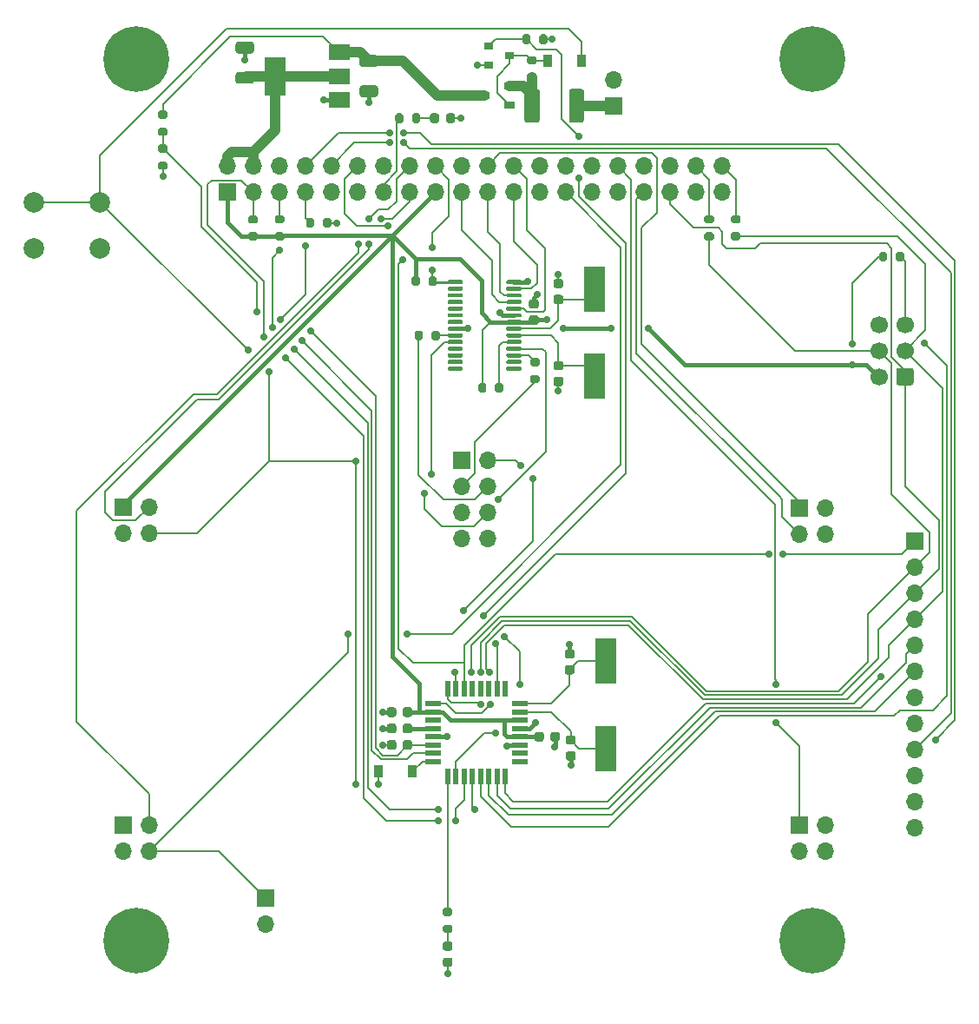
<source format=gtl>
%TF.GenerationSoftware,KiCad,Pcbnew,5.1.10*%
%TF.CreationDate,2021-11-27T19:11:29+01:00*%
%TF.ProjectId,main_pcb,6d61696e-5f70-4636-922e-6b696361645f,rev?*%
%TF.SameCoordinates,PX8f0d180PY5f5e100*%
%TF.FileFunction,Copper,L1,Top*%
%TF.FilePolarity,Positive*%
%FSLAX46Y46*%
G04 Gerber Fmt 4.6, Leading zero omitted, Abs format (unit mm)*
G04 Created by KiCad (PCBNEW 5.1.10) date 2021-11-27 19:11:29*
%MOMM*%
%LPD*%
G01*
G04 APERTURE LIST*
%TA.AperFunction,SMDPad,CuDef*%
%ADD10R,0.900000X1.200000*%
%TD*%
%TA.AperFunction,SMDPad,CuDef*%
%ADD11R,1.000000X0.700000*%
%TD*%
%TA.AperFunction,ComponentPad*%
%ADD12O,1.700000X1.700000*%
%TD*%
%TA.AperFunction,ComponentPad*%
%ADD13R,1.700000X1.700000*%
%TD*%
%TA.AperFunction,ComponentPad*%
%ADD14C,1.700000*%
%TD*%
%TA.AperFunction,SMDPad,CuDef*%
%ADD15R,2.000000X4.500000*%
%TD*%
%TA.AperFunction,SMDPad,CuDef*%
%ADD16R,2.000000X1.500000*%
%TD*%
%TA.AperFunction,SMDPad,CuDef*%
%ADD17R,2.000000X3.800000*%
%TD*%
%TA.AperFunction,SMDPad,CuDef*%
%ADD18R,0.550000X1.600000*%
%TD*%
%TA.AperFunction,SMDPad,CuDef*%
%ADD19R,1.600000X0.550000*%
%TD*%
%TA.AperFunction,ComponentPad*%
%ADD20C,2.000000*%
%TD*%
%TA.AperFunction,SMDPad,CuDef*%
%ADD21R,0.900000X0.800000*%
%TD*%
%TA.AperFunction,ComponentPad*%
%ADD22C,6.400000*%
%TD*%
%TA.AperFunction,ViaPad*%
%ADD23C,0.700000*%
%TD*%
%TA.AperFunction,Conductor*%
%ADD24C,0.200000*%
%TD*%
%TA.AperFunction,Conductor*%
%ADD25C,0.400000*%
%TD*%
%TA.AperFunction,Conductor*%
%ADD26C,1.000000*%
%TD*%
%TA.AperFunction,Conductor*%
%ADD27C,0.250000*%
%TD*%
G04 APERTURE END LIST*
D10*
%TO.P,D4,2*%
%TO.N,Net-(D4-Pad2)*%
X-6050000Y-26500000D03*
%TO.P,D4,1*%
%TO.N,/MASTER_ON*%
X-9350000Y-26500000D03*
%TD*%
D11*
%TO.P,Q2,3*%
%TO.N,+BATT*%
X1000000Y39400000D03*
%TO.P,Q2,2*%
%TO.N,/BAT_RAW*%
X3400000Y40350000D03*
%TO.P,Q2,1*%
%TO.N,Net-(D2-Pad2)*%
X3400000Y38450000D03*
%TD*%
D12*
%TO.P,J9,2*%
%TO.N,GND*%
X-20400000Y-41340000D03*
D13*
%TO.P,J9,1*%
%TO.N,/BTN_TRIG*%
X-20400000Y-38800000D03*
%TD*%
%TO.P,R4,2*%
%TO.N,/SDA*%
%TA.AperFunction,SMDPad,CuDef*%
G36*
G01*
X-21325000Y26925000D02*
X-21875000Y26925000D01*
G75*
G02*
X-22075000Y27125000I0J200000D01*
G01*
X-22075000Y27525000D01*
G75*
G02*
X-21875000Y27725000I200000J0D01*
G01*
X-21325000Y27725000D01*
G75*
G02*
X-21125000Y27525000I0J-200000D01*
G01*
X-21125000Y27125000D01*
G75*
G02*
X-21325000Y26925000I-200000J0D01*
G01*
G37*
%TD.AperFunction*%
%TO.P,R4,1*%
%TO.N,+3V3*%
%TA.AperFunction,SMDPad,CuDef*%
G36*
G01*
X-21325000Y25275000D02*
X-21875000Y25275000D01*
G75*
G02*
X-22075000Y25475000I0J200000D01*
G01*
X-22075000Y25875000D01*
G75*
G02*
X-21875000Y26075000I200000J0D01*
G01*
X-21325000Y26075000D01*
G75*
G02*
X-21125000Y25875000I0J-200000D01*
G01*
X-21125000Y25475000D01*
G75*
G02*
X-21325000Y25275000I-200000J0D01*
G01*
G37*
%TD.AperFunction*%
%TD*%
%TO.P,R3,2*%
%TO.N,/SCL*%
%TA.AperFunction,SMDPad,CuDef*%
G36*
G01*
X-18725000Y26925000D02*
X-19275000Y26925000D01*
G75*
G02*
X-19475000Y27125000I0J200000D01*
G01*
X-19475000Y27525000D01*
G75*
G02*
X-19275000Y27725000I200000J0D01*
G01*
X-18725000Y27725000D01*
G75*
G02*
X-18525000Y27525000I0J-200000D01*
G01*
X-18525000Y27125000D01*
G75*
G02*
X-18725000Y26925000I-200000J0D01*
G01*
G37*
%TD.AperFunction*%
%TO.P,R3,1*%
%TO.N,+3V3*%
%TA.AperFunction,SMDPad,CuDef*%
G36*
G01*
X-18725000Y25275000D02*
X-19275000Y25275000D01*
G75*
G02*
X-19475000Y25475000I0J200000D01*
G01*
X-19475000Y25875000D01*
G75*
G02*
X-19275000Y26075000I200000J0D01*
G01*
X-18725000Y26075000D01*
G75*
G02*
X-18525000Y25875000I0J-200000D01*
G01*
X-18525000Y25475000D01*
G75*
G02*
X-18725000Y25275000I-200000J0D01*
G01*
G37*
%TD.AperFunction*%
%TD*%
D14*
%TO.P,J8,6*%
%TO.N,GND*%
X39460000Y17080000D03*
%TO.P,J8,4*%
%TO.N,/MOSI*%
X39460000Y14540000D03*
%TO.P,J8,2*%
%TO.N,+3V3*%
X39460000Y12000000D03*
%TO.P,J8,5*%
%TO.N,/~RESET*%
X42000000Y17080000D03*
%TO.P,J8,3*%
%TO.N,/SCK*%
X42000000Y14540000D03*
%TO.P,J8,1*%
%TO.N,/MISO*%
%TA.AperFunction,ComponentPad*%
G36*
G01*
X42850000Y12600000D02*
X42850000Y11400000D01*
G75*
G02*
X42600000Y11150000I-250000J0D01*
G01*
X41400000Y11150000D01*
G75*
G02*
X41150000Y11400000I0J250000D01*
G01*
X41150000Y12600000D01*
G75*
G02*
X41400000Y12850000I250000J0D01*
G01*
X42600000Y12850000D01*
G75*
G02*
X42850000Y12600000I0J-250000D01*
G01*
G37*
%TD.AperFunction*%
%TD*%
%TO.P,C15,2*%
%TO.N,GND*%
%TA.AperFunction,SMDPad,CuDef*%
G36*
G01*
X-21749999Y43500000D02*
X-23050001Y43500000D01*
G75*
G02*
X-23300000Y43749999I0J249999D01*
G01*
X-23300000Y44400001D01*
G75*
G02*
X-23050001Y44650000I249999J0D01*
G01*
X-21749999Y44650000D01*
G75*
G02*
X-21500000Y44400001I0J-249999D01*
G01*
X-21500000Y43749999D01*
G75*
G02*
X-21749999Y43500000I-249999J0D01*
G01*
G37*
%TD.AperFunction*%
%TO.P,C15,1*%
%TO.N,+5V*%
%TA.AperFunction,SMDPad,CuDef*%
G36*
G01*
X-21749999Y40550000D02*
X-23050001Y40550000D01*
G75*
G02*
X-23300000Y40799999I0J249999D01*
G01*
X-23300000Y41450001D01*
G75*
G02*
X-23050001Y41700000I249999J0D01*
G01*
X-21749999Y41700000D01*
G75*
G02*
X-21500000Y41450001I0J-249999D01*
G01*
X-21500000Y40799999D01*
G75*
G02*
X-21749999Y40550000I-249999J0D01*
G01*
G37*
%TD.AperFunction*%
%TD*%
%TO.P,C14,2*%
%TO.N,GND*%
%TA.AperFunction,SMDPad,CuDef*%
G36*
G01*
X-10950001Y40400000D02*
X-9649999Y40400000D01*
G75*
G02*
X-9400000Y40150001I0J-249999D01*
G01*
X-9400000Y39499999D01*
G75*
G02*
X-9649999Y39250000I-249999J0D01*
G01*
X-10950001Y39250000D01*
G75*
G02*
X-11200000Y39499999I0J249999D01*
G01*
X-11200000Y40150001D01*
G75*
G02*
X-10950001Y40400000I249999J0D01*
G01*
G37*
%TD.AperFunction*%
%TO.P,C14,1*%
%TO.N,+BATT*%
%TA.AperFunction,SMDPad,CuDef*%
G36*
G01*
X-10950001Y43350000D02*
X-9649999Y43350000D01*
G75*
G02*
X-9400000Y43100001I0J-249999D01*
G01*
X-9400000Y42449999D01*
G75*
G02*
X-9649999Y42200000I-249999J0D01*
G01*
X-10950001Y42200000D01*
G75*
G02*
X-11200000Y42449999I0J249999D01*
G01*
X-11200000Y43100001D01*
G75*
G02*
X-10950001Y43350000I249999J0D01*
G01*
G37*
%TD.AperFunction*%
%TD*%
D12*
%TO.P,J4,40*%
%TO.N,Net-(J4-Pad40)*%
X24130000Y32540000D03*
%TO.P,J4,39*%
%TO.N,GND*%
X24130000Y30000000D03*
%TO.P,J4,38*%
%TO.N,Net-(J4-Pad38)*%
X21590000Y32540000D03*
%TO.P,J4,37*%
%TO.N,Net-(J4-Pad37)*%
X21590000Y30000000D03*
%TO.P,J4,36*%
%TO.N,Net-(J4-Pad36)*%
X19050000Y32540000D03*
%TO.P,J4,35*%
%TO.N,/MISO*%
X19050000Y30000000D03*
%TO.P,J4,34*%
%TO.N,GND*%
X16510000Y32540000D03*
%TO.P,J4,33*%
%TO.N,/STAT*%
X16510000Y30000000D03*
%TO.P,J4,32*%
%TO.N,/BR-*%
X13970000Y32540000D03*
%TO.P,J4,31*%
%TO.N,Net-(J4-Pad31)*%
X13970000Y30000000D03*
%TO.P,J4,30*%
%TO.N,GND*%
X11430000Y32540000D03*
%TO.P,J4,29*%
%TO.N,Net-(J4-Pad29)*%
X11430000Y30000000D03*
%TO.P,J4,28*%
%TO.N,Net-(J4-Pad28)*%
X8890000Y32540000D03*
%TO.P,J4,27*%
%TO.N,/BTN_TRIG*%
X8890000Y30000000D03*
%TO.P,J4,26*%
%TO.N,Net-(J4-Pad26)*%
X6350000Y32540000D03*
%TO.P,J4,25*%
%TO.N,GND*%
X6350000Y30000000D03*
%TO.P,J4,24*%
%TO.N,Net-(J4-Pad24)*%
X3810000Y32540000D03*
%TO.P,J4,23*%
%TO.N,Net-(J4-Pad23)*%
X3810000Y30000000D03*
%TO.P,J4,22*%
%TO.N,/BR+*%
X1270000Y32540000D03*
%TO.P,J4,21*%
%TO.N,Net-(J4-Pad21)*%
X1270000Y30000000D03*
%TO.P,J4,20*%
%TO.N,GND*%
X-1270000Y32540000D03*
%TO.P,J4,19*%
%TO.N,Net-(J4-Pad19)*%
X-1270000Y30000000D03*
%TO.P,J4,18*%
%TO.N,/~SC_IRQ*%
X-3810000Y32540000D03*
%TO.P,J4,17*%
%TO.N,+3V3*%
X-3810000Y30000000D03*
%TO.P,J4,16*%
%TO.N,/SP-*%
X-6350000Y32540000D03*
%TO.P,J4,15*%
%TO.N,/SP+*%
X-6350000Y30000000D03*
%TO.P,J4,14*%
%TO.N,GND*%
X-8890000Y32540000D03*
%TO.P,J4,13*%
%TO.N,/PI_LED*%
X-8890000Y30000000D03*
%TO.P,J4,12*%
%TO.N,/SS*%
X-11430000Y32540000D03*
%TO.P,J4,11*%
%TO.N,Net-(J4-Pad11)*%
X-11430000Y30000000D03*
%TO.P,J4,10*%
%TO.N,/PI_RXD*%
X-13970000Y32540000D03*
%TO.P,J4,9*%
%TO.N,GND*%
X-13970000Y30000000D03*
%TO.P,J4,8*%
%TO.N,/PI_TXD*%
X-16510000Y32540000D03*
%TO.P,J4,7*%
%TO.N,/PI_SHTDN*%
X-16510000Y30000000D03*
%TO.P,J4,6*%
%TO.N,GND*%
X-19050000Y32540000D03*
%TO.P,J4,5*%
%TO.N,/SCL*%
X-19050000Y30000000D03*
%TO.P,J4,4*%
%TO.N,+5V*%
X-21590000Y32540000D03*
%TO.P,J4,3*%
%TO.N,/SDA*%
X-21590000Y30000000D03*
%TO.P,J4,2*%
%TO.N,+5V*%
X-24130000Y32540000D03*
D13*
%TO.P,J4,1*%
%TO.N,+3V3*%
X-24130000Y30000000D03*
%TD*%
D15*
%TO.P,Y2,2*%
%TO.N,Net-(C13-Pad2)*%
X12800000Y-15750000D03*
%TO.P,Y2,1*%
%TO.N,Net-(C12-Pad2)*%
X12800000Y-24250000D03*
%TD*%
%TO.P,Y1,2*%
%TO.N,Net-(C4-Pad1)*%
X11700000Y20550000D03*
%TO.P,Y1,1*%
%TO.N,Net-(C3-Pad1)*%
X11700000Y12050000D03*
%TD*%
D16*
%TO.P,U4,1*%
%TO.N,GND*%
X-13150000Y39000000D03*
%TO.P,U4,3*%
%TO.N,+BATT*%
X-13150000Y43600000D03*
%TO.P,U4,2*%
%TO.N,+5V*%
X-13150000Y41300000D03*
D17*
X-19450000Y41300000D03*
%TD*%
D18*
%TO.P,U3,32*%
%TO.N,/PD2*%
X3000000Y-26950000D03*
%TO.P,U3,31*%
%TO.N,/UC_TX*%
X2200000Y-26950000D03*
%TO.P,U3,30*%
%TO.N,/UC_RX*%
X1400000Y-26950000D03*
%TO.P,U3,29*%
%TO.N,/~RESET*%
X600000Y-26950000D03*
%TO.P,U3,28*%
%TO.N,/SCL*%
X-200000Y-26950000D03*
%TO.P,U3,27*%
%TO.N,/SDA*%
X-1000000Y-26950000D03*
%TO.P,U3,26*%
%TO.N,/PWR_EN*%
X-1800000Y-26950000D03*
%TO.P,U3,25*%
%TO.N,/UC_LED*%
X-2600000Y-26950000D03*
D19*
%TO.P,U3,24*%
%TO.N,Net-(D4-Pad2)*%
X-4050000Y-25500000D03*
%TO.P,U3,23*%
%TO.N,/PI_SHTDN*%
X-4050000Y-24700000D03*
%TO.P,U3,22*%
%TO.N,/REF_BAT*%
X-4050000Y-23900000D03*
%TO.P,U3,21*%
%TO.N,GND*%
X-4050000Y-23100000D03*
%TO.P,U3,20*%
%TO.N,Net-(C6-Pad1)*%
X-4050000Y-22300000D03*
%TO.P,U3,19*%
%TO.N,Net-(U3-Pad19)*%
X-4050000Y-21500000D03*
%TO.P,U3,18*%
%TO.N,+3V3*%
X-4050000Y-20700000D03*
%TO.P,U3,17*%
%TO.N,/SCK*%
X-4050000Y-19900000D03*
D18*
%TO.P,U3,16*%
%TO.N,/MISO*%
X-2600000Y-18450000D03*
%TO.P,U3,15*%
%TO.N,/MOSI*%
X-1800000Y-18450000D03*
%TO.P,U3,14*%
%TO.N,/SS*%
X-1000000Y-18450000D03*
%TO.P,U3,13*%
%TO.N,Net-(U3-Pad13)*%
X-200000Y-18450000D03*
%TO.P,U3,12*%
%TO.N,Net-(U3-Pad12)*%
X600000Y-18450000D03*
%TO.P,U3,11*%
%TO.N,Net-(U3-Pad11)*%
X1400000Y-18450000D03*
%TO.P,U3,10*%
%TO.N,/TRIG*%
X2200000Y-18450000D03*
%TO.P,U3,9*%
%TO.N,Net-(U3-Pad9)*%
X3000000Y-18450000D03*
D19*
%TO.P,U3,8*%
%TO.N,Net-(C13-Pad2)*%
X4450000Y-19900000D03*
%TO.P,U3,7*%
%TO.N,Net-(C12-Pad2)*%
X4450000Y-20700000D03*
%TO.P,U3,6*%
%TO.N,+3V3*%
X4450000Y-21500000D03*
%TO.P,U3,5*%
%TO.N,GND*%
X4450000Y-22300000D03*
%TO.P,U3,4*%
%TO.N,+3V3*%
X4450000Y-23100000D03*
%TO.P,U3,3*%
%TO.N,GND*%
X4450000Y-23900000D03*
%TO.P,U3,2*%
%TO.N,Net-(U3-Pad2)*%
X4450000Y-24700000D03*
%TO.P,U3,1*%
%TO.N,Net-(U3-Pad1)*%
X4450000Y-25500000D03*
%TD*%
%TO.P,U1,28*%
%TO.N,Net-(U1-Pad28)*%
%TA.AperFunction,SMDPad,CuDef*%
G36*
G01*
X-1125000Y12875000D02*
X-1125000Y12675000D01*
G75*
G02*
X-1225000Y12575000I-100000J0D01*
G01*
X-2500000Y12575000D01*
G75*
G02*
X-2600000Y12675000I0J100000D01*
G01*
X-2600000Y12875000D01*
G75*
G02*
X-2500000Y12975000I100000J0D01*
G01*
X-1225000Y12975000D01*
G75*
G02*
X-1125000Y12875000I0J-100000D01*
G01*
G37*
%TD.AperFunction*%
%TO.P,U1,27*%
%TO.N,Net-(U1-Pad27)*%
%TA.AperFunction,SMDPad,CuDef*%
G36*
G01*
X-1125000Y13525000D02*
X-1125000Y13325000D01*
G75*
G02*
X-1225000Y13225000I-100000J0D01*
G01*
X-2500000Y13225000D01*
G75*
G02*
X-2600000Y13325000I0J100000D01*
G01*
X-2600000Y13525000D01*
G75*
G02*
X-2500000Y13625000I100000J0D01*
G01*
X-1225000Y13625000D01*
G75*
G02*
X-1125000Y13525000I0J-100000D01*
G01*
G37*
%TD.AperFunction*%
%TO.P,U1,26*%
%TO.N,Net-(U1-Pad26)*%
%TA.AperFunction,SMDPad,CuDef*%
G36*
G01*
X-1125000Y14175000D02*
X-1125000Y13975000D01*
G75*
G02*
X-1225000Y13875000I-100000J0D01*
G01*
X-2500000Y13875000D01*
G75*
G02*
X-2600000Y13975000I0J100000D01*
G01*
X-2600000Y14175000D01*
G75*
G02*
X-2500000Y14275000I100000J0D01*
G01*
X-1225000Y14275000D01*
G75*
G02*
X-1125000Y14175000I0J-100000D01*
G01*
G37*
%TD.AperFunction*%
%TO.P,U1,25*%
%TO.N,Net-(U1-Pad25)*%
%TA.AperFunction,SMDPad,CuDef*%
G36*
G01*
X-1125000Y14825000D02*
X-1125000Y14625000D01*
G75*
G02*
X-1225000Y14525000I-100000J0D01*
G01*
X-2500000Y14525000D01*
G75*
G02*
X-2600000Y14625000I0J100000D01*
G01*
X-2600000Y14825000D01*
G75*
G02*
X-2500000Y14925000I100000J0D01*
G01*
X-1225000Y14925000D01*
G75*
G02*
X-1125000Y14825000I0J-100000D01*
G01*
G37*
%TD.AperFunction*%
%TO.P,U1,24*%
%TO.N,/DN_RETO*%
%TA.AperFunction,SMDPad,CuDef*%
G36*
G01*
X-1125000Y15475000D02*
X-1125000Y15275000D01*
G75*
G02*
X-1225000Y15175000I-100000J0D01*
G01*
X-2500000Y15175000D01*
G75*
G02*
X-2600000Y15275000I0J100000D01*
G01*
X-2600000Y15475000D01*
G75*
G02*
X-2500000Y15575000I100000J0D01*
G01*
X-1225000Y15575000D01*
G75*
G02*
X-1125000Y15475000I0J-100000D01*
G01*
G37*
%TD.AperFunction*%
%TO.P,U1,23*%
%TO.N,Net-(R15-Pad1)*%
%TA.AperFunction,SMDPad,CuDef*%
G36*
G01*
X-1125000Y16125000D02*
X-1125000Y15925000D01*
G75*
G02*
X-1225000Y15825000I-100000J0D01*
G01*
X-2500000Y15825000D01*
G75*
G02*
X-2600000Y15925000I0J100000D01*
G01*
X-2600000Y16125000D01*
G75*
G02*
X-2500000Y16225000I100000J0D01*
G01*
X-1225000Y16225000D01*
G75*
G02*
X-1125000Y16125000I0J-100000D01*
G01*
G37*
%TD.AperFunction*%
%TO.P,U1,22*%
%TO.N,GND*%
%TA.AperFunction,SMDPad,CuDef*%
G36*
G01*
X-1125000Y16775000D02*
X-1125000Y16575000D01*
G75*
G02*
X-1225000Y16475000I-100000J0D01*
G01*
X-2500000Y16475000D01*
G75*
G02*
X-2600000Y16575000I0J100000D01*
G01*
X-2600000Y16775000D01*
G75*
G02*
X-2500000Y16875000I100000J0D01*
G01*
X-1225000Y16875000D01*
G75*
G02*
X-1125000Y16775000I0J-100000D01*
G01*
G37*
%TD.AperFunction*%
%TO.P,U1,21*%
%TO.N,Net-(U1-Pad21)*%
%TA.AperFunction,SMDPad,CuDef*%
G36*
G01*
X-1125000Y17425000D02*
X-1125000Y17225000D01*
G75*
G02*
X-1225000Y17125000I-100000J0D01*
G01*
X-2500000Y17125000D01*
G75*
G02*
X-2600000Y17225000I0J100000D01*
G01*
X-2600000Y17425000D01*
G75*
G02*
X-2500000Y17525000I100000J0D01*
G01*
X-1225000Y17525000D01*
G75*
G02*
X-1125000Y17425000I0J-100000D01*
G01*
G37*
%TD.AperFunction*%
%TO.P,U1,20*%
%TO.N,Net-(U1-Pad20)*%
%TA.AperFunction,SMDPad,CuDef*%
G36*
G01*
X-1125000Y18075000D02*
X-1125000Y17875000D01*
G75*
G02*
X-1225000Y17775000I-100000J0D01*
G01*
X-2500000Y17775000D01*
G75*
G02*
X-2600000Y17875000I0J100000D01*
G01*
X-2600000Y18075000D01*
G75*
G02*
X-2500000Y18175000I100000J0D01*
G01*
X-1225000Y18175000D01*
G75*
G02*
X-1125000Y18075000I0J-100000D01*
G01*
G37*
%TD.AperFunction*%
%TO.P,U1,19*%
%TO.N,Net-(U1-Pad19)*%
%TA.AperFunction,SMDPad,CuDef*%
G36*
G01*
X-1125000Y18725000D02*
X-1125000Y18525000D01*
G75*
G02*
X-1225000Y18425000I-100000J0D01*
G01*
X-2500000Y18425000D01*
G75*
G02*
X-2600000Y18525000I0J100000D01*
G01*
X-2600000Y18725000D01*
G75*
G02*
X-2500000Y18825000I100000J0D01*
G01*
X-1225000Y18825000D01*
G75*
G02*
X-1125000Y18725000I0J-100000D01*
G01*
G37*
%TD.AperFunction*%
%TO.P,U1,18*%
%TO.N,Net-(U1-Pad18)*%
%TA.AperFunction,SMDPad,CuDef*%
G36*
G01*
X-1125000Y19375000D02*
X-1125000Y19175000D01*
G75*
G02*
X-1225000Y19075000I-100000J0D01*
G01*
X-2500000Y19075000D01*
G75*
G02*
X-2600000Y19175000I0J100000D01*
G01*
X-2600000Y19375000D01*
G75*
G02*
X-2500000Y19475000I100000J0D01*
G01*
X-1225000Y19475000D01*
G75*
G02*
X-1125000Y19375000I0J-100000D01*
G01*
G37*
%TD.AperFunction*%
%TO.P,U1,17*%
%TO.N,Net-(U1-Pad17)*%
%TA.AperFunction,SMDPad,CuDef*%
G36*
G01*
X-1125000Y20025000D02*
X-1125000Y19825000D01*
G75*
G02*
X-1225000Y19725000I-100000J0D01*
G01*
X-2500000Y19725000D01*
G75*
G02*
X-2600000Y19825000I0J100000D01*
G01*
X-2600000Y20025000D01*
G75*
G02*
X-2500000Y20125000I100000J0D01*
G01*
X-1225000Y20125000D01*
G75*
G02*
X-1125000Y20025000I0J-100000D01*
G01*
G37*
%TD.AperFunction*%
%TO.P,U1,16*%
%TO.N,Net-(U1-Pad16)*%
%TA.AperFunction,SMDPad,CuDef*%
G36*
G01*
X-1125000Y20675000D02*
X-1125000Y20475000D01*
G75*
G02*
X-1225000Y20375000I-100000J0D01*
G01*
X-2500000Y20375000D01*
G75*
G02*
X-2600000Y20475000I0J100000D01*
G01*
X-2600000Y20675000D01*
G75*
G02*
X-2500000Y20775000I100000J0D01*
G01*
X-1225000Y20775000D01*
G75*
G02*
X-1125000Y20675000I0J-100000D01*
G01*
G37*
%TD.AperFunction*%
%TO.P,U1,15*%
%TO.N,/~SC_IRQ*%
%TA.AperFunction,SMDPad,CuDef*%
G36*
G01*
X-1125000Y21325000D02*
X-1125000Y21125000D01*
G75*
G02*
X-1225000Y21025000I-100000J0D01*
G01*
X-2500000Y21025000D01*
G75*
G02*
X-2600000Y21125000I0J100000D01*
G01*
X-2600000Y21325000D01*
G75*
G02*
X-2500000Y21425000I100000J0D01*
G01*
X-1225000Y21425000D01*
G75*
G02*
X-1125000Y21325000I0J-100000D01*
G01*
G37*
%TD.AperFunction*%
%TO.P,U1,14*%
%TO.N,GND*%
%TA.AperFunction,SMDPad,CuDef*%
G36*
G01*
X4600000Y21325000D02*
X4600000Y21125000D01*
G75*
G02*
X4500000Y21025000I-100000J0D01*
G01*
X3225000Y21025000D01*
G75*
G02*
X3125000Y21125000I0J100000D01*
G01*
X3125000Y21325000D01*
G75*
G02*
X3225000Y21425000I100000J0D01*
G01*
X4500000Y21425000D01*
G75*
G02*
X4600000Y21325000I0J-100000D01*
G01*
G37*
%TD.AperFunction*%
%TO.P,U1,13*%
%TO.N,Net-(J4-Pad23)*%
%TA.AperFunction,SMDPad,CuDef*%
G36*
G01*
X4600000Y20675000D02*
X4600000Y20475000D01*
G75*
G02*
X4500000Y20375000I-100000J0D01*
G01*
X3225000Y20375000D01*
G75*
G02*
X3125000Y20475000I0J100000D01*
G01*
X3125000Y20675000D01*
G75*
G02*
X3225000Y20775000I100000J0D01*
G01*
X4500000Y20775000D01*
G75*
G02*
X4600000Y20675000I0J-100000D01*
G01*
G37*
%TD.AperFunction*%
%TO.P,U1,12*%
%TO.N,Net-(J4-Pad21)*%
%TA.AperFunction,SMDPad,CuDef*%
G36*
G01*
X4600000Y20025000D02*
X4600000Y19825000D01*
G75*
G02*
X4500000Y19725000I-100000J0D01*
G01*
X3225000Y19725000D01*
G75*
G02*
X3125000Y19825000I0J100000D01*
G01*
X3125000Y20025000D01*
G75*
G02*
X3225000Y20125000I100000J0D01*
G01*
X4500000Y20125000D01*
G75*
G02*
X4600000Y20025000I0J-100000D01*
G01*
G37*
%TD.AperFunction*%
%TO.P,U1,11*%
%TO.N,Net-(J4-Pad19)*%
%TA.AperFunction,SMDPad,CuDef*%
G36*
G01*
X4600000Y19375000D02*
X4600000Y19175000D01*
G75*
G02*
X4500000Y19075000I-100000J0D01*
G01*
X3225000Y19075000D01*
G75*
G02*
X3125000Y19175000I0J100000D01*
G01*
X3125000Y19375000D01*
G75*
G02*
X3225000Y19475000I100000J0D01*
G01*
X4500000Y19475000D01*
G75*
G02*
X4600000Y19375000I0J-100000D01*
G01*
G37*
%TD.AperFunction*%
%TO.P,U1,10*%
%TO.N,Net-(J4-Pad24)*%
%TA.AperFunction,SMDPad,CuDef*%
G36*
G01*
X4600000Y18725000D02*
X4600000Y18525000D01*
G75*
G02*
X4500000Y18425000I-100000J0D01*
G01*
X3225000Y18425000D01*
G75*
G02*
X3125000Y18525000I0J100000D01*
G01*
X3125000Y18725000D01*
G75*
G02*
X3225000Y18825000I100000J0D01*
G01*
X4500000Y18825000D01*
G75*
G02*
X4600000Y18725000I0J-100000D01*
G01*
G37*
%TD.AperFunction*%
%TO.P,U1,9*%
%TO.N,GND*%
%TA.AperFunction,SMDPad,CuDef*%
G36*
G01*
X4600000Y18075000D02*
X4600000Y17875000D01*
G75*
G02*
X4500000Y17775000I-100000J0D01*
G01*
X3225000Y17775000D01*
G75*
G02*
X3125000Y17875000I0J100000D01*
G01*
X3125000Y18075000D01*
G75*
G02*
X3225000Y18175000I100000J0D01*
G01*
X4500000Y18175000D01*
G75*
G02*
X4600000Y18075000I0J-100000D01*
G01*
G37*
%TD.AperFunction*%
%TO.P,U1,8*%
%TO.N,+3V3*%
%TA.AperFunction,SMDPad,CuDef*%
G36*
G01*
X4600000Y17425000D02*
X4600000Y17225000D01*
G75*
G02*
X4500000Y17125000I-100000J0D01*
G01*
X3225000Y17125000D01*
G75*
G02*
X3125000Y17225000I0J100000D01*
G01*
X3125000Y17425000D01*
G75*
G02*
X3225000Y17525000I100000J0D01*
G01*
X4500000Y17525000D01*
G75*
G02*
X4600000Y17425000I0J-100000D01*
G01*
G37*
%TD.AperFunction*%
%TO.P,U1,7*%
%TO.N,Net-(C4-Pad1)*%
%TA.AperFunction,SMDPad,CuDef*%
G36*
G01*
X4600000Y16775000D02*
X4600000Y16575000D01*
G75*
G02*
X4500000Y16475000I-100000J0D01*
G01*
X3225000Y16475000D01*
G75*
G02*
X3125000Y16575000I0J100000D01*
G01*
X3125000Y16775000D01*
G75*
G02*
X3225000Y16875000I100000J0D01*
G01*
X4500000Y16875000D01*
G75*
G02*
X4600000Y16775000I0J-100000D01*
G01*
G37*
%TD.AperFunction*%
%TO.P,U1,6*%
%TO.N,Net-(C3-Pad1)*%
%TA.AperFunction,SMDPad,CuDef*%
G36*
G01*
X4600000Y16125000D02*
X4600000Y15925000D01*
G75*
G02*
X4500000Y15825000I-100000J0D01*
G01*
X3225000Y15825000D01*
G75*
G02*
X3125000Y15925000I0J100000D01*
G01*
X3125000Y16125000D01*
G75*
G02*
X3225000Y16225000I100000J0D01*
G01*
X4500000Y16225000D01*
G75*
G02*
X4600000Y16125000I0J-100000D01*
G01*
G37*
%TD.AperFunction*%
%TO.P,U1,5*%
%TO.N,Net-(R13-Pad2)*%
%TA.AperFunction,SMDPad,CuDef*%
G36*
G01*
X4600000Y15475000D02*
X4600000Y15275000D01*
G75*
G02*
X4500000Y15175000I-100000J0D01*
G01*
X3225000Y15175000D01*
G75*
G02*
X3125000Y15275000I0J100000D01*
G01*
X3125000Y15475000D01*
G75*
G02*
X3225000Y15575000I100000J0D01*
G01*
X4500000Y15575000D01*
G75*
G02*
X4600000Y15475000I0J-100000D01*
G01*
G37*
%TD.AperFunction*%
%TO.P,U1,4*%
%TO.N,/UP_RETO*%
%TA.AperFunction,SMDPad,CuDef*%
G36*
G01*
X4600000Y14825000D02*
X4600000Y14625000D01*
G75*
G02*
X4500000Y14525000I-100000J0D01*
G01*
X3225000Y14525000D01*
G75*
G02*
X3125000Y14625000I0J100000D01*
G01*
X3125000Y14825000D01*
G75*
G02*
X3225000Y14925000I100000J0D01*
G01*
X4500000Y14925000D01*
G75*
G02*
X4600000Y14825000I0J-100000D01*
G01*
G37*
%TD.AperFunction*%
%TO.P,U1,3*%
%TO.N,Net-(R14-Pad1)*%
%TA.AperFunction,SMDPad,CuDef*%
G36*
G01*
X4600000Y14175000D02*
X4600000Y13975000D01*
G75*
G02*
X4500000Y13875000I-100000J0D01*
G01*
X3225000Y13875000D01*
G75*
G02*
X3125000Y13975000I0J100000D01*
G01*
X3125000Y14175000D01*
G75*
G02*
X3225000Y14275000I100000J0D01*
G01*
X4500000Y14275000D01*
G75*
G02*
X4600000Y14175000I0J-100000D01*
G01*
G37*
%TD.AperFunction*%
%TO.P,U1,2*%
%TO.N,Net-(U1-Pad2)*%
%TA.AperFunction,SMDPad,CuDef*%
G36*
G01*
X4600000Y13525000D02*
X4600000Y13325000D01*
G75*
G02*
X4500000Y13225000I-100000J0D01*
G01*
X3225000Y13225000D01*
G75*
G02*
X3125000Y13325000I0J100000D01*
G01*
X3125000Y13525000D01*
G75*
G02*
X3225000Y13625000I100000J0D01*
G01*
X4500000Y13625000D01*
G75*
G02*
X4600000Y13525000I0J-100000D01*
G01*
G37*
%TD.AperFunction*%
%TO.P,U1,1*%
%TO.N,Net-(U1-Pad1)*%
%TA.AperFunction,SMDPad,CuDef*%
G36*
G01*
X4600000Y12875000D02*
X4600000Y12675000D01*
G75*
G02*
X4500000Y12575000I-100000J0D01*
G01*
X3225000Y12575000D01*
G75*
G02*
X3125000Y12675000I0J100000D01*
G01*
X3125000Y12875000D01*
G75*
G02*
X3225000Y12975000I100000J0D01*
G01*
X4500000Y12975000D01*
G75*
G02*
X4600000Y12875000I0J-100000D01*
G01*
G37*
%TD.AperFunction*%
%TD*%
D20*
%TO.P,SW1,1*%
%TO.N,/MASTER_ON*%
X-36500000Y29000000D03*
%TO.P,SW1,2*%
%TO.N,GND*%
X-36500000Y24500000D03*
%TO.P,SW1,1*%
%TO.N,/MASTER_ON*%
X-43000000Y29000000D03*
%TO.P,SW1,2*%
%TO.N,GND*%
X-43000000Y24500000D03*
%TD*%
%TO.P,R19,2*%
%TO.N,Net-(D3-Pad2)*%
%TA.AperFunction,SMDPad,CuDef*%
G36*
G01*
X-2875000Y-41425000D02*
X-2325000Y-41425000D01*
G75*
G02*
X-2125000Y-41625000I0J-200000D01*
G01*
X-2125000Y-42025000D01*
G75*
G02*
X-2325000Y-42225000I-200000J0D01*
G01*
X-2875000Y-42225000D01*
G75*
G02*
X-3075000Y-42025000I0J200000D01*
G01*
X-3075000Y-41625000D01*
G75*
G02*
X-2875000Y-41425000I200000J0D01*
G01*
G37*
%TD.AperFunction*%
%TO.P,R19,1*%
%TO.N,/UC_LED*%
%TA.AperFunction,SMDPad,CuDef*%
G36*
G01*
X-2875000Y-39775000D02*
X-2325000Y-39775000D01*
G75*
G02*
X-2125000Y-39975000I0J-200000D01*
G01*
X-2125000Y-40375000D01*
G75*
G02*
X-2325000Y-40575000I-200000J0D01*
G01*
X-2875000Y-40575000D01*
G75*
G02*
X-3075000Y-40375000I0J200000D01*
G01*
X-3075000Y-39975000D01*
G75*
G02*
X-2875000Y-39775000I200000J0D01*
G01*
G37*
%TD.AperFunction*%
%TD*%
%TO.P,R18,2*%
%TO.N,/~RESET*%
%TA.AperFunction,SMDPad,CuDef*%
G36*
G01*
X41125000Y23425000D02*
X41125000Y23975000D01*
G75*
G02*
X41325000Y24175000I200000J0D01*
G01*
X41725000Y24175000D01*
G75*
G02*
X41925000Y23975000I0J-200000D01*
G01*
X41925000Y23425000D01*
G75*
G02*
X41725000Y23225000I-200000J0D01*
G01*
X41325000Y23225000D01*
G75*
G02*
X41125000Y23425000I0J200000D01*
G01*
G37*
%TD.AperFunction*%
%TO.P,R18,1*%
%TO.N,+3V3*%
%TA.AperFunction,SMDPad,CuDef*%
G36*
G01*
X39475000Y23425000D02*
X39475000Y23975000D01*
G75*
G02*
X39675000Y24175000I200000J0D01*
G01*
X40075000Y24175000D01*
G75*
G02*
X40275000Y23975000I0J-200000D01*
G01*
X40275000Y23425000D01*
G75*
G02*
X40075000Y23225000I-200000J0D01*
G01*
X39675000Y23225000D01*
G75*
G02*
X39475000Y23425000I0J200000D01*
G01*
G37*
%TD.AperFunction*%
%TD*%
%TO.P,R15,2*%
%TO.N,/DN_TX*%
%TA.AperFunction,SMDPad,CuDef*%
G36*
G01*
X-5025000Y16275000D02*
X-5025000Y15725000D01*
G75*
G02*
X-5225000Y15525000I-200000J0D01*
G01*
X-5625000Y15525000D01*
G75*
G02*
X-5825000Y15725000I0J200000D01*
G01*
X-5825000Y16275000D01*
G75*
G02*
X-5625000Y16475000I200000J0D01*
G01*
X-5225000Y16475000D01*
G75*
G02*
X-5025000Y16275000I0J-200000D01*
G01*
G37*
%TD.AperFunction*%
%TO.P,R15,1*%
%TO.N,Net-(R15-Pad1)*%
%TA.AperFunction,SMDPad,CuDef*%
G36*
G01*
X-3375000Y16275000D02*
X-3375000Y15725000D01*
G75*
G02*
X-3575000Y15525000I-200000J0D01*
G01*
X-3975000Y15525000D01*
G75*
G02*
X-4175000Y15725000I0J200000D01*
G01*
X-4175000Y16275000D01*
G75*
G02*
X-3975000Y16475000I200000J0D01*
G01*
X-3575000Y16475000D01*
G75*
G02*
X-3375000Y16275000I0J-200000D01*
G01*
G37*
%TD.AperFunction*%
%TD*%
%TO.P,R14,2*%
%TO.N,/UP_TX*%
%TA.AperFunction,SMDPad,CuDef*%
G36*
G01*
X5625000Y12175000D02*
X6175000Y12175000D01*
G75*
G02*
X6375000Y11975000I0J-200000D01*
G01*
X6375000Y11575000D01*
G75*
G02*
X6175000Y11375000I-200000J0D01*
G01*
X5625000Y11375000D01*
G75*
G02*
X5425000Y11575000I0J200000D01*
G01*
X5425000Y11975000D01*
G75*
G02*
X5625000Y12175000I200000J0D01*
G01*
G37*
%TD.AperFunction*%
%TO.P,R14,1*%
%TO.N,Net-(R14-Pad1)*%
%TA.AperFunction,SMDPad,CuDef*%
G36*
G01*
X5625000Y13825000D02*
X6175000Y13825000D01*
G75*
G02*
X6375000Y13625000I0J-200000D01*
G01*
X6375000Y13225000D01*
G75*
G02*
X6175000Y13025000I-200000J0D01*
G01*
X5625000Y13025000D01*
G75*
G02*
X5425000Y13225000I0J200000D01*
G01*
X5425000Y13625000D01*
G75*
G02*
X5625000Y13825000I200000J0D01*
G01*
G37*
%TD.AperFunction*%
%TD*%
%TO.P,R13,2*%
%TO.N,Net-(R13-Pad2)*%
%TA.AperFunction,SMDPad,CuDef*%
G36*
G01*
X2025000Y10625000D02*
X2025000Y11175000D01*
G75*
G02*
X2225000Y11375000I200000J0D01*
G01*
X2625000Y11375000D01*
G75*
G02*
X2825000Y11175000I0J-200000D01*
G01*
X2825000Y10625000D01*
G75*
G02*
X2625000Y10425000I-200000J0D01*
G01*
X2225000Y10425000D01*
G75*
G02*
X2025000Y10625000I0J200000D01*
G01*
G37*
%TD.AperFunction*%
%TO.P,R13,1*%
%TO.N,+3V3*%
%TA.AperFunction,SMDPad,CuDef*%
G36*
G01*
X375000Y10625000D02*
X375000Y11175000D01*
G75*
G02*
X575000Y11375000I200000J0D01*
G01*
X975000Y11375000D01*
G75*
G02*
X1175000Y11175000I0J-200000D01*
G01*
X1175000Y10625000D01*
G75*
G02*
X975000Y10425000I-200000J0D01*
G01*
X575000Y10425000D01*
G75*
G02*
X375000Y10625000I0J200000D01*
G01*
G37*
%TD.AperFunction*%
%TD*%
%TO.P,R12,2*%
%TO.N,+3V3*%
%TA.AperFunction,SMDPad,CuDef*%
G36*
G01*
X-5325000Y21575000D02*
X-5325000Y21025000D01*
G75*
G02*
X-5525000Y20825000I-200000J0D01*
G01*
X-5925000Y20825000D01*
G75*
G02*
X-6125000Y21025000I0J200000D01*
G01*
X-6125000Y21575000D01*
G75*
G02*
X-5925000Y21775000I200000J0D01*
G01*
X-5525000Y21775000D01*
G75*
G02*
X-5325000Y21575000I0J-200000D01*
G01*
G37*
%TD.AperFunction*%
%TO.P,R12,1*%
%TO.N,/~SC_IRQ*%
%TA.AperFunction,SMDPad,CuDef*%
G36*
G01*
X-3675000Y21575000D02*
X-3675000Y21025000D01*
G75*
G02*
X-3875000Y20825000I-200000J0D01*
G01*
X-4275000Y20825000D01*
G75*
G02*
X-4475000Y21025000I0J200000D01*
G01*
X-4475000Y21575000D01*
G75*
G02*
X-4275000Y21775000I200000J0D01*
G01*
X-3875000Y21775000D01*
G75*
G02*
X-3675000Y21575000I0J-200000D01*
G01*
G37*
%TD.AperFunction*%
%TD*%
%TO.P,R11,2*%
%TO.N,GND*%
%TA.AperFunction,SMDPad,CuDef*%
G36*
G01*
X-30675000Y32975000D02*
X-30125000Y32975000D01*
G75*
G02*
X-29925000Y32775000I0J-200000D01*
G01*
X-29925000Y32375000D01*
G75*
G02*
X-30125000Y32175000I-200000J0D01*
G01*
X-30675000Y32175000D01*
G75*
G02*
X-30875000Y32375000I0J200000D01*
G01*
X-30875000Y32775000D01*
G75*
G02*
X-30675000Y32975000I200000J0D01*
G01*
G37*
%TD.AperFunction*%
%TO.P,R11,1*%
%TO.N,/REF_BAT*%
%TA.AperFunction,SMDPad,CuDef*%
G36*
G01*
X-30675000Y34625000D02*
X-30125000Y34625000D01*
G75*
G02*
X-29925000Y34425000I0J-200000D01*
G01*
X-29925000Y34025000D01*
G75*
G02*
X-30125000Y33825000I-200000J0D01*
G01*
X-30675000Y33825000D01*
G75*
G02*
X-30875000Y34025000I0J200000D01*
G01*
X-30875000Y34425000D01*
G75*
G02*
X-30675000Y34625000I200000J0D01*
G01*
G37*
%TD.AperFunction*%
%TD*%
%TO.P,R10,2*%
%TO.N,/REF_BAT*%
%TA.AperFunction,SMDPad,CuDef*%
G36*
G01*
X-30675000Y36275000D02*
X-30125000Y36275000D01*
G75*
G02*
X-29925000Y36075000I0J-200000D01*
G01*
X-29925000Y35675000D01*
G75*
G02*
X-30125000Y35475000I-200000J0D01*
G01*
X-30675000Y35475000D01*
G75*
G02*
X-30875000Y35675000I0J200000D01*
G01*
X-30875000Y36075000D01*
G75*
G02*
X-30675000Y36275000I200000J0D01*
G01*
G37*
%TD.AperFunction*%
%TO.P,R10,1*%
%TO.N,+BATT*%
%TA.AperFunction,SMDPad,CuDef*%
G36*
G01*
X-30675000Y37925000D02*
X-30125000Y37925000D01*
G75*
G02*
X-29925000Y37725000I0J-200000D01*
G01*
X-29925000Y37325000D01*
G75*
G02*
X-30125000Y37125000I-200000J0D01*
G01*
X-30675000Y37125000D01*
G75*
G02*
X-30875000Y37325000I0J200000D01*
G01*
X-30875000Y37725000D01*
G75*
G02*
X-30675000Y37925000I200000J0D01*
G01*
G37*
%TD.AperFunction*%
%TD*%
%TO.P,R9,2*%
%TO.N,GND*%
%TA.AperFunction,SMDPad,CuDef*%
G36*
G01*
X6325000Y44625000D02*
X6325000Y45175000D01*
G75*
G02*
X6525000Y45375000I200000J0D01*
G01*
X6925000Y45375000D01*
G75*
G02*
X7125000Y45175000I0J-200000D01*
G01*
X7125000Y44625000D01*
G75*
G02*
X6925000Y44425000I-200000J0D01*
G01*
X6525000Y44425000D01*
G75*
G02*
X6325000Y44625000I0J200000D01*
G01*
G37*
%TD.AperFunction*%
%TO.P,R9,1*%
%TO.N,/PWR_EN*%
%TA.AperFunction,SMDPad,CuDef*%
G36*
G01*
X4675000Y44625000D02*
X4675000Y45175000D01*
G75*
G02*
X4875000Y45375000I200000J0D01*
G01*
X5275000Y45375000D01*
G75*
G02*
X5475000Y45175000I0J-200000D01*
G01*
X5475000Y44625000D01*
G75*
G02*
X5275000Y44425000I-200000J0D01*
G01*
X4875000Y44425000D01*
G75*
G02*
X4675000Y44625000I0J200000D01*
G01*
G37*
%TD.AperFunction*%
%TD*%
%TO.P,R8,2*%
%TO.N,/SCK*%
%TA.AperFunction,SMDPad,CuDef*%
G36*
G01*
X25225000Y26075000D02*
X25775000Y26075000D01*
G75*
G02*
X25975000Y25875000I0J-200000D01*
G01*
X25975000Y25475000D01*
G75*
G02*
X25775000Y25275000I-200000J0D01*
G01*
X25225000Y25275000D01*
G75*
G02*
X25025000Y25475000I0J200000D01*
G01*
X25025000Y25875000D01*
G75*
G02*
X25225000Y26075000I200000J0D01*
G01*
G37*
%TD.AperFunction*%
%TO.P,R8,1*%
%TO.N,Net-(J4-Pad40)*%
%TA.AperFunction,SMDPad,CuDef*%
G36*
G01*
X25225000Y27725000D02*
X25775000Y27725000D01*
G75*
G02*
X25975000Y27525000I0J-200000D01*
G01*
X25975000Y27125000D01*
G75*
G02*
X25775000Y26925000I-200000J0D01*
G01*
X25225000Y26925000D01*
G75*
G02*
X25025000Y27125000I0J200000D01*
G01*
X25025000Y27525000D01*
G75*
G02*
X25225000Y27725000I200000J0D01*
G01*
G37*
%TD.AperFunction*%
%TD*%
%TO.P,R7,2*%
%TO.N,/MOSI*%
%TA.AperFunction,SMDPad,CuDef*%
G36*
G01*
X22625000Y26075000D02*
X23175000Y26075000D01*
G75*
G02*
X23375000Y25875000I0J-200000D01*
G01*
X23375000Y25475000D01*
G75*
G02*
X23175000Y25275000I-200000J0D01*
G01*
X22625000Y25275000D01*
G75*
G02*
X22425000Y25475000I0J200000D01*
G01*
X22425000Y25875000D01*
G75*
G02*
X22625000Y26075000I200000J0D01*
G01*
G37*
%TD.AperFunction*%
%TO.P,R7,1*%
%TO.N,Net-(J4-Pad38)*%
%TA.AperFunction,SMDPad,CuDef*%
G36*
G01*
X22625000Y27725000D02*
X23175000Y27725000D01*
G75*
G02*
X23375000Y27525000I0J-200000D01*
G01*
X23375000Y27125000D01*
G75*
G02*
X23175000Y26925000I-200000J0D01*
G01*
X22625000Y26925000D01*
G75*
G02*
X22425000Y27125000I0J200000D01*
G01*
X22425000Y27525000D01*
G75*
G02*
X22625000Y27725000I200000J0D01*
G01*
G37*
%TD.AperFunction*%
%TD*%
%TO.P,R6,2*%
%TO.N,Net-(D2-Pad2)*%
%TA.AperFunction,SMDPad,CuDef*%
G36*
G01*
X5875000Y42425000D02*
X5325000Y42425000D01*
G75*
G02*
X5125000Y42625000I0J200000D01*
G01*
X5125000Y43025000D01*
G75*
G02*
X5325000Y43225000I200000J0D01*
G01*
X5875000Y43225000D01*
G75*
G02*
X6075000Y43025000I0J-200000D01*
G01*
X6075000Y42625000D01*
G75*
G02*
X5875000Y42425000I-200000J0D01*
G01*
G37*
%TD.AperFunction*%
%TO.P,R6,1*%
%TO.N,/BAT_RAW*%
%TA.AperFunction,SMDPad,CuDef*%
G36*
G01*
X5875000Y40775000D02*
X5325000Y40775000D01*
G75*
G02*
X5125000Y40975000I0J200000D01*
G01*
X5125000Y41375000D01*
G75*
G02*
X5325000Y41575000I200000J0D01*
G01*
X5875000Y41575000D01*
G75*
G02*
X6075000Y41375000I0J-200000D01*
G01*
X6075000Y40975000D01*
G75*
G02*
X5875000Y40775000I-200000J0D01*
G01*
G37*
%TD.AperFunction*%
%TD*%
%TO.P,R2,2*%
%TO.N,/PI_SHTDN*%
%TA.AperFunction,SMDPad,CuDef*%
G36*
G01*
X-15625000Y27275000D02*
X-15625000Y26725000D01*
G75*
G02*
X-15825000Y26525000I-200000J0D01*
G01*
X-16225000Y26525000D01*
G75*
G02*
X-16425000Y26725000I0J200000D01*
G01*
X-16425000Y27275000D01*
G75*
G02*
X-16225000Y27475000I200000J0D01*
G01*
X-15825000Y27475000D01*
G75*
G02*
X-15625000Y27275000I0J-200000D01*
G01*
G37*
%TD.AperFunction*%
%TO.P,R2,1*%
%TO.N,GND*%
%TA.AperFunction,SMDPad,CuDef*%
G36*
G01*
X-13975000Y27275000D02*
X-13975000Y26725000D01*
G75*
G02*
X-14175000Y26525000I-200000J0D01*
G01*
X-14575000Y26525000D01*
G75*
G02*
X-14775000Y26725000I0J200000D01*
G01*
X-14775000Y27275000D01*
G75*
G02*
X-14575000Y27475000I200000J0D01*
G01*
X-14175000Y27475000D01*
G75*
G02*
X-13975000Y27275000I0J-200000D01*
G01*
G37*
%TD.AperFunction*%
%TD*%
%TO.P,R1,2*%
%TO.N,Net-(D1-Pad2)*%
%TA.AperFunction,SMDPad,CuDef*%
G36*
G01*
X-6075000Y36925000D02*
X-6075000Y37475000D01*
G75*
G02*
X-5875000Y37675000I200000J0D01*
G01*
X-5475000Y37675000D01*
G75*
G02*
X-5275000Y37475000I0J-200000D01*
G01*
X-5275000Y36925000D01*
G75*
G02*
X-5475000Y36725000I-200000J0D01*
G01*
X-5875000Y36725000D01*
G75*
G02*
X-6075000Y36925000I0J200000D01*
G01*
G37*
%TD.AperFunction*%
%TO.P,R1,1*%
%TO.N,/PI_LED*%
%TA.AperFunction,SMDPad,CuDef*%
G36*
G01*
X-7725000Y36925000D02*
X-7725000Y37475000D01*
G75*
G02*
X-7525000Y37675000I200000J0D01*
G01*
X-7125000Y37675000D01*
G75*
G02*
X-6925000Y37475000I0J-200000D01*
G01*
X-6925000Y36925000D01*
G75*
G02*
X-7125000Y36725000I-200000J0D01*
G01*
X-7525000Y36725000D01*
G75*
G02*
X-7725000Y36925000I0J200000D01*
G01*
G37*
%TD.AperFunction*%
%TD*%
D21*
%TO.P,Q1,3*%
%TO.N,Net-(D2-Pad2)*%
X3400000Y43300000D03*
%TO.P,Q1,2*%
%TO.N,GND*%
X1400000Y42350000D03*
%TO.P,Q1,1*%
%TO.N,/PWR_EN*%
X1400000Y44250000D03*
%TD*%
D12*
%TO.P,J7,8*%
%TO.N,GND*%
X1270000Y-3810000D03*
%TO.P,J7,7*%
%TO.N,Net-(J7-Pad7)*%
X-1270000Y-3810000D03*
%TO.P,J7,6*%
%TO.N,/DN_RETO*%
X1270000Y-1270000D03*
%TO.P,J7,5*%
%TO.N,/UP_RETO*%
X-1270000Y-1270000D03*
%TO.P,J7,4*%
%TO.N,/DN_TX*%
X1270000Y1270000D03*
%TO.P,J7,3*%
%TO.N,/UP_TX*%
X-1270000Y1270000D03*
%TO.P,J7,2*%
%TO.N,/TRIG*%
X1270000Y3810000D03*
D13*
%TO.P,J7,1*%
%TO.N,/MASTER_ON*%
X-1270000Y3810000D03*
%TD*%
D12*
%TO.P,J6,4*%
%TO.N,GND*%
X34270000Y-34270000D03*
%TO.P,J6,3*%
X31730000Y-34270000D03*
%TO.P,J6,2*%
X34270000Y-31730000D03*
D13*
%TO.P,J6,1*%
%TO.N,/BR-*%
X31730000Y-31730000D03*
%TD*%
D12*
%TO.P,J5,4*%
%TO.N,GND*%
X34270000Y-3340000D03*
%TO.P,J5,3*%
%TO.N,/STAT*%
X31730000Y-3340000D03*
%TO.P,J5,2*%
%TO.N,GND*%
X34270000Y-800000D03*
D13*
%TO.P,J5,1*%
%TO.N,/BR+*%
X31730000Y-800000D03*
%TD*%
D12*
%TO.P,J3,4*%
%TO.N,/BTN_TRIG*%
X-31730000Y-34270000D03*
%TO.P,J3,3*%
%TO.N,GND*%
X-34270000Y-34270000D03*
%TO.P,J3,2*%
%TO.N,/SP-*%
X-31730000Y-31730000D03*
D13*
%TO.P,J3,1*%
%TO.N,GND*%
X-34270000Y-31730000D03*
%TD*%
D12*
%TO.P,J2,4*%
%TO.N,/MASTER_ON*%
X-31730000Y-3270000D03*
%TO.P,J2,3*%
%TO.N,GND*%
X-34270000Y-3270000D03*
%TO.P,J2,2*%
%TO.N,/SP+*%
X-31730000Y-730000D03*
D13*
%TO.P,J2,1*%
%TO.N,+3V3*%
X-34270000Y-730000D03*
%TD*%
D12*
%TO.P,J1,12*%
%TO.N,GND*%
X43000000Y-31940000D03*
%TO.P,J1,11*%
X43000000Y-29400000D03*
%TO.P,J1,10*%
X43000000Y-26860000D03*
%TO.P,J1,9*%
%TO.N,/PI_RXD*%
X43000000Y-24320000D03*
%TO.P,J1,8*%
%TO.N,/PI_TXD*%
X43000000Y-21780000D03*
%TO.P,J1,7*%
%TO.N,/PD2*%
X43000000Y-19240000D03*
%TO.P,J1,6*%
%TO.N,/UC_RX*%
X43000000Y-16700000D03*
%TO.P,J1,5*%
%TO.N,/UC_TX*%
X43000000Y-14160000D03*
%TO.P,J1,4*%
%TO.N,/SCK*%
X43000000Y-11620000D03*
%TO.P,J1,3*%
%TO.N,/MISO*%
X43000000Y-9080000D03*
%TO.P,J1,2*%
%TO.N,/MOSI*%
X43000000Y-6540000D03*
D13*
%TO.P,J1,1*%
%TO.N,/SS*%
X43000000Y-4000000D03*
%TD*%
D22*
%TO.P,H4,1*%
%TO.N,Net-(H4-Pad1)*%
X-33000000Y-43000000D03*
%TD*%
%TO.P,H3,1*%
%TO.N,Net-(H3-Pad1)*%
X33000000Y-43000000D03*
%TD*%
%TO.P,H2,1*%
%TO.N,Net-(H2-Pad1)*%
X33000000Y43000000D03*
%TD*%
%TO.P,H1,1*%
%TO.N,Net-(H1-Pad1)*%
X-33000000Y43000000D03*
%TD*%
%TO.P,F1,2*%
%TO.N,Net-(BT1-Pad1)*%
%TA.AperFunction,SMDPad,CuDef*%
G36*
G01*
X9225000Y37000000D02*
X9225000Y39800000D01*
G75*
G02*
X9475000Y40050000I250000J0D01*
G01*
X10450000Y40050000D01*
G75*
G02*
X10700000Y39800000I0J-250000D01*
G01*
X10700000Y37000000D01*
G75*
G02*
X10450000Y36750000I-250000J0D01*
G01*
X9475000Y36750000D01*
G75*
G02*
X9225000Y37000000I0J250000D01*
G01*
G37*
%TD.AperFunction*%
%TO.P,F1,1*%
%TO.N,/BAT_RAW*%
%TA.AperFunction,SMDPad,CuDef*%
G36*
G01*
X4900000Y37000000D02*
X4900000Y39800000D01*
G75*
G02*
X5150000Y40050000I250000J0D01*
G01*
X6125000Y40050000D01*
G75*
G02*
X6375000Y39800000I0J-250000D01*
G01*
X6375000Y37000000D01*
G75*
G02*
X6125000Y36750000I-250000J0D01*
G01*
X5150000Y36750000D01*
G75*
G02*
X4900000Y37000000I0J250000D01*
G01*
G37*
%TD.AperFunction*%
%TD*%
%TO.P,D3,2*%
%TO.N,Net-(D3-Pad2)*%
%TA.AperFunction,SMDPad,CuDef*%
G36*
G01*
X-2343750Y-43950000D02*
X-2856250Y-43950000D01*
G75*
G02*
X-3075000Y-43731250I0J218750D01*
G01*
X-3075000Y-43293750D01*
G75*
G02*
X-2856250Y-43075000I218750J0D01*
G01*
X-2343750Y-43075000D01*
G75*
G02*
X-2125000Y-43293750I0J-218750D01*
G01*
X-2125000Y-43731250D01*
G75*
G02*
X-2343750Y-43950000I-218750J0D01*
G01*
G37*
%TD.AperFunction*%
%TO.P,D3,1*%
%TO.N,GND*%
%TA.AperFunction,SMDPad,CuDef*%
G36*
G01*
X-2343750Y-45525000D02*
X-2856250Y-45525000D01*
G75*
G02*
X-3075000Y-45306250I0J218750D01*
G01*
X-3075000Y-44868750D01*
G75*
G02*
X-2856250Y-44650000I218750J0D01*
G01*
X-2343750Y-44650000D01*
G75*
G02*
X-2125000Y-44868750I0J-218750D01*
G01*
X-2125000Y-45306250D01*
G75*
G02*
X-2343750Y-45525000I-218750J0D01*
G01*
G37*
%TD.AperFunction*%
%TD*%
D10*
%TO.P,D2,2*%
%TO.N,Net-(D2-Pad2)*%
X7150000Y42800000D03*
%TO.P,D2,1*%
%TO.N,/MASTER_ON*%
X10450000Y42800000D03*
%TD*%
%TO.P,D1,2*%
%TO.N,Net-(D1-Pad2)*%
%TA.AperFunction,SMDPad,CuDef*%
G36*
G01*
X-3450000Y37456250D02*
X-3450000Y36943750D01*
G75*
G02*
X-3668750Y36725000I-218750J0D01*
G01*
X-4106250Y36725000D01*
G75*
G02*
X-4325000Y36943750I0J218750D01*
G01*
X-4325000Y37456250D01*
G75*
G02*
X-4106250Y37675000I218750J0D01*
G01*
X-3668750Y37675000D01*
G75*
G02*
X-3450000Y37456250I0J-218750D01*
G01*
G37*
%TD.AperFunction*%
%TO.P,D1,1*%
%TO.N,GND*%
%TA.AperFunction,SMDPad,CuDef*%
G36*
G01*
X-1875000Y37456250D02*
X-1875000Y36943750D01*
G75*
G02*
X-2093750Y36725000I-218750J0D01*
G01*
X-2531250Y36725000D01*
G75*
G02*
X-2750000Y36943750I0J218750D01*
G01*
X-2750000Y37456250D01*
G75*
G02*
X-2531250Y37675000I218750J0D01*
G01*
X-2093750Y37675000D01*
G75*
G02*
X-1875000Y37456250I0J-218750D01*
G01*
G37*
%TD.AperFunction*%
%TD*%
%TO.P,C13,2*%
%TO.N,Net-(C13-Pad2)*%
%TA.AperFunction,SMDPad,CuDef*%
G36*
G01*
X9050000Y-16125000D02*
X9550000Y-16125000D01*
G75*
G02*
X9775000Y-16350000I0J-225000D01*
G01*
X9775000Y-16800000D01*
G75*
G02*
X9550000Y-17025000I-225000J0D01*
G01*
X9050000Y-17025000D01*
G75*
G02*
X8825000Y-16800000I0J225000D01*
G01*
X8825000Y-16350000D01*
G75*
G02*
X9050000Y-16125000I225000J0D01*
G01*
G37*
%TD.AperFunction*%
%TO.P,C13,1*%
%TO.N,GND*%
%TA.AperFunction,SMDPad,CuDef*%
G36*
G01*
X9050000Y-14575000D02*
X9550000Y-14575000D01*
G75*
G02*
X9775000Y-14800000I0J-225000D01*
G01*
X9775000Y-15250000D01*
G75*
G02*
X9550000Y-15475000I-225000J0D01*
G01*
X9050000Y-15475000D01*
G75*
G02*
X8825000Y-15250000I0J225000D01*
G01*
X8825000Y-14800000D01*
G75*
G02*
X9050000Y-14575000I225000J0D01*
G01*
G37*
%TD.AperFunction*%
%TD*%
%TO.P,C12,2*%
%TO.N,Net-(C12-Pad2)*%
%TA.AperFunction,SMDPad,CuDef*%
G36*
G01*
X9650000Y-23875000D02*
X9150000Y-23875000D01*
G75*
G02*
X8925000Y-23650000I0J225000D01*
G01*
X8925000Y-23200000D01*
G75*
G02*
X9150000Y-22975000I225000J0D01*
G01*
X9650000Y-22975000D01*
G75*
G02*
X9875000Y-23200000I0J-225000D01*
G01*
X9875000Y-23650000D01*
G75*
G02*
X9650000Y-23875000I-225000J0D01*
G01*
G37*
%TD.AperFunction*%
%TO.P,C12,1*%
%TO.N,GND*%
%TA.AperFunction,SMDPad,CuDef*%
G36*
G01*
X9650000Y-25425000D02*
X9150000Y-25425000D01*
G75*
G02*
X8925000Y-25200000I0J225000D01*
G01*
X8925000Y-24750000D01*
G75*
G02*
X9150000Y-24525000I225000J0D01*
G01*
X9650000Y-24525000D01*
G75*
G02*
X9875000Y-24750000I0J-225000D01*
G01*
X9875000Y-25200000D01*
G75*
G02*
X9650000Y-25425000I-225000J0D01*
G01*
G37*
%TD.AperFunction*%
%TD*%
%TO.P,C8,2*%
%TO.N,GND*%
%TA.AperFunction,SMDPad,CuDef*%
G36*
G01*
X7425000Y-23350000D02*
X7425000Y-22850000D01*
G75*
G02*
X7650000Y-22625000I225000J0D01*
G01*
X8100000Y-22625000D01*
G75*
G02*
X8325000Y-22850000I0J-225000D01*
G01*
X8325000Y-23350000D01*
G75*
G02*
X8100000Y-23575000I-225000J0D01*
G01*
X7650000Y-23575000D01*
G75*
G02*
X7425000Y-23350000I0J225000D01*
G01*
G37*
%TD.AperFunction*%
%TO.P,C8,1*%
%TO.N,+3V3*%
%TA.AperFunction,SMDPad,CuDef*%
G36*
G01*
X5875000Y-23350000D02*
X5875000Y-22850000D01*
G75*
G02*
X6100000Y-22625000I225000J0D01*
G01*
X6550000Y-22625000D01*
G75*
G02*
X6775000Y-22850000I0J-225000D01*
G01*
X6775000Y-23350000D01*
G75*
G02*
X6550000Y-23575000I-225000J0D01*
G01*
X6100000Y-23575000D01*
G75*
G02*
X5875000Y-23350000I0J225000D01*
G01*
G37*
%TD.AperFunction*%
%TD*%
%TO.P,C7,2*%
%TO.N,GND*%
%TA.AperFunction,SMDPad,CuDef*%
G36*
G01*
X-7625000Y-20450000D02*
X-7625000Y-20950000D01*
G75*
G02*
X-7850000Y-21175000I-225000J0D01*
G01*
X-8300000Y-21175000D01*
G75*
G02*
X-8525000Y-20950000I0J225000D01*
G01*
X-8525000Y-20450000D01*
G75*
G02*
X-8300000Y-20225000I225000J0D01*
G01*
X-7850000Y-20225000D01*
G75*
G02*
X-7625000Y-20450000I0J-225000D01*
G01*
G37*
%TD.AperFunction*%
%TO.P,C7,1*%
%TO.N,+3V3*%
%TA.AperFunction,SMDPad,CuDef*%
G36*
G01*
X-6075000Y-20450000D02*
X-6075000Y-20950000D01*
G75*
G02*
X-6300000Y-21175000I-225000J0D01*
G01*
X-6750000Y-21175000D01*
G75*
G02*
X-6975000Y-20950000I0J225000D01*
G01*
X-6975000Y-20450000D01*
G75*
G02*
X-6750000Y-20225000I225000J0D01*
G01*
X-6300000Y-20225000D01*
G75*
G02*
X-6075000Y-20450000I0J-225000D01*
G01*
G37*
%TD.AperFunction*%
%TD*%
%TO.P,C6,2*%
%TO.N,GND*%
%TA.AperFunction,SMDPad,CuDef*%
G36*
G01*
X-7625000Y-22050000D02*
X-7625000Y-22550000D01*
G75*
G02*
X-7850000Y-22775000I-225000J0D01*
G01*
X-8300000Y-22775000D01*
G75*
G02*
X-8525000Y-22550000I0J225000D01*
G01*
X-8525000Y-22050000D01*
G75*
G02*
X-8300000Y-21825000I225000J0D01*
G01*
X-7850000Y-21825000D01*
G75*
G02*
X-7625000Y-22050000I0J-225000D01*
G01*
G37*
%TD.AperFunction*%
%TO.P,C6,1*%
%TO.N,Net-(C6-Pad1)*%
%TA.AperFunction,SMDPad,CuDef*%
G36*
G01*
X-6075000Y-22050000D02*
X-6075000Y-22550000D01*
G75*
G02*
X-6300000Y-22775000I-225000J0D01*
G01*
X-6750000Y-22775000D01*
G75*
G02*
X-6975000Y-22550000I0J225000D01*
G01*
X-6975000Y-22050000D01*
G75*
G02*
X-6750000Y-21825000I225000J0D01*
G01*
X-6300000Y-21825000D01*
G75*
G02*
X-6075000Y-22050000I0J-225000D01*
G01*
G37*
%TD.AperFunction*%
%TD*%
%TO.P,C4,2*%
%TO.N,GND*%
%TA.AperFunction,SMDPad,CuDef*%
G36*
G01*
X8450000Y20625000D02*
X7950000Y20625000D01*
G75*
G02*
X7725000Y20850000I0J225000D01*
G01*
X7725000Y21300000D01*
G75*
G02*
X7950000Y21525000I225000J0D01*
G01*
X8450000Y21525000D01*
G75*
G02*
X8675000Y21300000I0J-225000D01*
G01*
X8675000Y20850000D01*
G75*
G02*
X8450000Y20625000I-225000J0D01*
G01*
G37*
%TD.AperFunction*%
%TO.P,C4,1*%
%TO.N,Net-(C4-Pad1)*%
%TA.AperFunction,SMDPad,CuDef*%
G36*
G01*
X8450000Y19075000D02*
X7950000Y19075000D01*
G75*
G02*
X7725000Y19300000I0J225000D01*
G01*
X7725000Y19750000D01*
G75*
G02*
X7950000Y19975000I225000J0D01*
G01*
X8450000Y19975000D01*
G75*
G02*
X8675000Y19750000I0J-225000D01*
G01*
X8675000Y19300000D01*
G75*
G02*
X8450000Y19075000I-225000J0D01*
G01*
G37*
%TD.AperFunction*%
%TD*%
%TO.P,C3,2*%
%TO.N,GND*%
%TA.AperFunction,SMDPad,CuDef*%
G36*
G01*
X7950000Y11975000D02*
X8450000Y11975000D01*
G75*
G02*
X8675000Y11750000I0J-225000D01*
G01*
X8675000Y11300000D01*
G75*
G02*
X8450000Y11075000I-225000J0D01*
G01*
X7950000Y11075000D01*
G75*
G02*
X7725000Y11300000I0J225000D01*
G01*
X7725000Y11750000D01*
G75*
G02*
X7950000Y11975000I225000J0D01*
G01*
G37*
%TD.AperFunction*%
%TO.P,C3,1*%
%TO.N,Net-(C3-Pad1)*%
%TA.AperFunction,SMDPad,CuDef*%
G36*
G01*
X7950000Y13525000D02*
X8450000Y13525000D01*
G75*
G02*
X8675000Y13300000I0J-225000D01*
G01*
X8675000Y12850000D01*
G75*
G02*
X8450000Y12625000I-225000J0D01*
G01*
X7950000Y12625000D01*
G75*
G02*
X7725000Y12850000I0J225000D01*
G01*
X7725000Y13300000D01*
G75*
G02*
X7950000Y13525000I225000J0D01*
G01*
G37*
%TD.AperFunction*%
%TD*%
%TO.P,C2,2*%
%TO.N,GND*%
%TA.AperFunction,SMDPad,CuDef*%
G36*
G01*
X6050000Y18625000D02*
X5550000Y18625000D01*
G75*
G02*
X5325000Y18850000I0J225000D01*
G01*
X5325000Y19300000D01*
G75*
G02*
X5550000Y19525000I225000J0D01*
G01*
X6050000Y19525000D01*
G75*
G02*
X6275000Y19300000I0J-225000D01*
G01*
X6275000Y18850000D01*
G75*
G02*
X6050000Y18625000I-225000J0D01*
G01*
G37*
%TD.AperFunction*%
%TO.P,C2,1*%
%TO.N,+3V3*%
%TA.AperFunction,SMDPad,CuDef*%
G36*
G01*
X6050000Y17075000D02*
X5550000Y17075000D01*
G75*
G02*
X5325000Y17300000I0J225000D01*
G01*
X5325000Y17750000D01*
G75*
G02*
X5550000Y17975000I225000J0D01*
G01*
X6050000Y17975000D01*
G75*
G02*
X6275000Y17750000I0J-225000D01*
G01*
X6275000Y17300000D01*
G75*
G02*
X6050000Y17075000I-225000J0D01*
G01*
G37*
%TD.AperFunction*%
%TD*%
%TO.P,C1,2*%
%TO.N,GND*%
%TA.AperFunction,SMDPad,CuDef*%
G36*
G01*
X-7625000Y-23650000D02*
X-7625000Y-24150000D01*
G75*
G02*
X-7850000Y-24375000I-225000J0D01*
G01*
X-8300000Y-24375000D01*
G75*
G02*
X-8525000Y-24150000I0J225000D01*
G01*
X-8525000Y-23650000D01*
G75*
G02*
X-8300000Y-23425000I225000J0D01*
G01*
X-7850000Y-23425000D01*
G75*
G02*
X-7625000Y-23650000I0J-225000D01*
G01*
G37*
%TD.AperFunction*%
%TO.P,C1,1*%
%TO.N,/REF_BAT*%
%TA.AperFunction,SMDPad,CuDef*%
G36*
G01*
X-6075000Y-23650000D02*
X-6075000Y-24150000D01*
G75*
G02*
X-6300000Y-24375000I-225000J0D01*
G01*
X-6750000Y-24375000D01*
G75*
G02*
X-6975000Y-24150000I0J225000D01*
G01*
X-6975000Y-23650000D01*
G75*
G02*
X-6750000Y-23425000I225000J0D01*
G01*
X-6300000Y-23425000D01*
G75*
G02*
X-6075000Y-23650000I0J-225000D01*
G01*
G37*
%TD.AperFunction*%
%TD*%
D12*
%TO.P,BT1,2*%
%TO.N,GND*%
X13600000Y40940000D03*
D13*
%TO.P,BT1,1*%
%TO.N,Net-(BT1-Pad1)*%
X13600000Y38400000D03*
%TD*%
D23*
%TO.N,GND*%
X300000Y42400000D03*
X7600000Y44900000D03*
X7800000Y-24100000D03*
X-2600000Y-46200000D03*
X6000000Y-21700000D03*
X9400000Y-25900000D03*
X9300000Y-14100000D03*
X-2700000Y-23100000D03*
X3200000Y-24000000D03*
X-30400000Y31500000D03*
X5200000Y21300000D03*
X8200000Y22000000D03*
X2500000Y18200000D03*
X-600000Y16700000D03*
X8200000Y10600000D03*
X-1300000Y37200000D03*
X-10300000Y38700000D03*
X-14700000Y39000000D03*
X-22400000Y42900000D03*
X-13400000Y27000000D03*
X6100000Y20000000D03*
X-8949979Y-23900000D03*
X-8949979Y-22300000D03*
X-8949979Y-20700000D03*
%TO.N,/REF_BAT*%
X-16000000Y16500000D03*
X-21200004Y18300000D03*
%TO.N,+3V3*%
X7100000Y17600000D03*
X8700000Y16700000D03*
X36900000Y13200000D03*
X36900004Y15200000D03*
X17000000Y16700000D03*
X13300000Y16700000D03*
%TO.N,/MASTER_ON*%
X-11600000Y3800000D03*
X-22100000Y14600000D03*
X-20000000Y12500000D03*
X-9400000Y-27700000D03*
X-11600000Y-27700000D03*
%TO.N,/PI_RXD*%
X-8300000Y34800000D03*
X-6899996Y34800000D03*
%TO.N,/PI_TXD*%
X45000006Y-23400000D03*
X-8300000Y35800000D03*
X-6900000Y35800010D03*
%TO.N,/PD2*%
X39700000Y-17200000D03*
%TO.N,/SCK*%
X1542629Y-19965578D03*
X1500009Y-16800000D03*
%TO.N,/MISO*%
X600000Y-19950000D03*
X600006Y-16800000D03*
%TO.N,/MOSI*%
X-1900000Y-16800000D03*
X-300029Y-16800000D03*
%TO.N,/SS*%
X-8400000Y26700000D03*
X-7000000Y23400000D03*
X28699966Y-5300000D03*
X30100000Y-5300004D03*
%TO.N,/SP+*%
X-9100000Y27400000D03*
X-10300000Y24900000D03*
%TO.N,/TRIG*%
X2100000Y-14000000D03*
X5700000Y2100000D03*
X4500000Y3300000D03*
X-1100000Y-10799990D03*
%TO.N,/SP-*%
X-10300000Y27400000D03*
X-11300000Y24900000D03*
%TO.N,/BR-*%
X29400000Y-18000000D03*
X29400000Y-21700078D03*
%TO.N,/PI_SHTDN*%
X-16500000Y24800000D03*
X-16800000Y15500000D03*
X-18899994Y17600000D03*
%TO.N,/DN_RETO*%
X-4900000Y600000D03*
X-4200000Y2500000D03*
%TO.N,/UP_RETO*%
X2300000Y0D03*
%TO.N,/~RESET*%
X43900000Y15300000D03*
%TO.N,/PWR_EN*%
X4400000Y-18000000D03*
X10200000Y31400000D03*
X10200000Y35399994D03*
X2100000Y-22700000D03*
X2900000Y-13300000D03*
X900000Y-11300008D03*
%TO.N,/SCL*%
X-19000000Y24300000D03*
X-17600000Y14700000D03*
X-3500000Y-30200000D03*
X0Y-30200000D03*
X-19699994Y16800000D03*
%TO.N,/SDA*%
X-3500000Y-31300000D03*
X-1800000Y-31300000D03*
X-18400006Y13800000D03*
X-20500000Y15900000D03*
%TO.N,/~SC_IRQ*%
X-4100000Y22400000D03*
X-4100000Y24600000D03*
%TO.N,/BTN_TRIG*%
X-6600000Y-13100000D03*
X-12300000Y-13100000D03*
%TD*%
D24*
%TO.N,GND*%
X350000Y42350000D02*
X300000Y42400000D01*
X1400000Y42350000D02*
X350000Y42350000D01*
X6725000Y44900000D02*
X7600000Y44900000D01*
D25*
X7875000Y-24025000D02*
X7800000Y-24100000D01*
X7875000Y-23100000D02*
X7875000Y-24025000D01*
D24*
X-2600000Y-45087500D02*
X-2600000Y-46200000D01*
D25*
X4450000Y-22300000D02*
X5400000Y-22300000D01*
X5400000Y-22300000D02*
X6000000Y-21700000D01*
X9400000Y-24975000D02*
X9400000Y-25900000D01*
X9300000Y-15025000D02*
X9300000Y-14100000D01*
X-4050000Y-23100000D02*
X-2700000Y-23100000D01*
X3300000Y-23900000D02*
X3200000Y-24000000D01*
X4450000Y-23900000D02*
X3300000Y-23900000D01*
D24*
X-30400000Y32575000D02*
X-30400000Y31500000D01*
D25*
X5125000Y21225000D02*
X5200000Y21300000D01*
X3862500Y21225000D02*
X5125000Y21225000D01*
D24*
X8200000Y21075000D02*
X8200000Y22000000D01*
D25*
X2725000Y17975000D02*
X2500000Y18200000D01*
X3862500Y17975000D02*
X2725000Y17975000D01*
X-625000Y16675000D02*
X-600000Y16700000D01*
X-1862500Y16675000D02*
X-625000Y16675000D01*
D24*
X8200000Y11525000D02*
X8200000Y10600000D01*
X-2312500Y37200000D02*
X-1300000Y37200000D01*
D25*
X-10300000Y39825000D02*
X-10300000Y38700000D01*
X-13150000Y39000000D02*
X-14700000Y39000000D01*
X-22400000Y44075000D02*
X-22400000Y42900000D01*
D24*
X-14375000Y27000000D02*
X-13400000Y27000000D01*
D25*
X5800000Y19075000D02*
X5800000Y19700000D01*
X5800000Y19700000D02*
X6100000Y20000000D01*
D24*
X-8075000Y-23900000D02*
X-8949979Y-23900000D01*
D25*
X-8075000Y-20700000D02*
X-8949979Y-20700000D01*
X-8075000Y-22300000D02*
X-8949979Y-22300000D01*
D26*
%TO.N,Net-(BT1-Pad1)*%
X13600000Y38400000D02*
X9962500Y38400000D01*
D24*
%TO.N,/REF_BAT*%
X-6525000Y-23900000D02*
X-4050000Y-23900000D01*
X-30400000Y35875000D02*
X-30400000Y34225000D01*
X-21200004Y21200004D02*
X-21200004Y18300000D01*
X-26649999Y30474999D02*
X-26649999Y26649999D01*
X-26649999Y26649999D02*
X-21200004Y21200004D01*
X-30400000Y34225000D02*
X-26649999Y30474999D01*
X-9599989Y10099989D02*
X-16000000Y16500000D01*
X-9599989Y-24200011D02*
X-9599989Y10099989D01*
X-7525000Y-24900000D02*
X-8900000Y-24900000D01*
X-8900000Y-24900000D02*
X-9599989Y-24200011D01*
X-6525000Y-23900000D02*
X-7525000Y-24900000D01*
D25*
%TO.N,+3V3*%
X-24130000Y30000000D02*
X-24130000Y27030000D01*
X-22775000Y25675000D02*
X-21600000Y25675000D01*
X-24130000Y27030000D02*
X-22775000Y25675000D01*
X-21600000Y25675000D02*
X-19000000Y25675000D01*
X-3810000Y30000000D02*
X-8000000Y25810000D01*
X-18865000Y25810000D02*
X-19000000Y25675000D01*
X-8000000Y25810000D02*
X-18865000Y25810000D01*
X1575000Y17325000D02*
X3862500Y17325000D01*
X-8000000Y25810000D02*
X-8000000Y25800000D01*
X-8000000Y25810000D02*
X-8000000Y-15300000D01*
X-8000000Y-15300000D02*
X-5400000Y-17900000D01*
X-5400000Y-17900000D02*
X-5400000Y-20700000D01*
X-5400000Y-20700000D02*
X-4050000Y-20700000D01*
X-5400000Y-20700000D02*
X-6525000Y-20700000D01*
X2900000Y-21500000D02*
X2900000Y-22800000D01*
X2900000Y-21500000D02*
X4450000Y-21500000D01*
X3200000Y-23100000D02*
X4450000Y-23100000D01*
X2900000Y-22800000D02*
X3200000Y-23100000D01*
X4450000Y-23100000D02*
X6325000Y-23100000D01*
X5600000Y17325000D02*
X5800000Y17525000D01*
X3862500Y17325000D02*
X5600000Y17325000D01*
D24*
X775000Y16525000D02*
X1575000Y17325000D01*
X775000Y10900000D02*
X775000Y16525000D01*
D25*
X700000Y18200000D02*
X1575000Y17325000D01*
X700000Y21400000D02*
X700000Y18200000D01*
X-1400000Y23500000D02*
X700000Y21400000D01*
X-6800000Y24600000D02*
X-5700000Y23500000D01*
X-4800000Y23500000D02*
X-1400000Y23500000D01*
X-5300000Y23500000D02*
X-4800000Y23500000D01*
X-5700000Y23500000D02*
X-4800000Y23500000D01*
X-8000000Y25800000D02*
X-6800000Y24600000D01*
X-6800000Y24600000D02*
X-5800000Y23600000D01*
X-5725000Y23525000D02*
X-5800000Y23600000D01*
X-5725000Y21300000D02*
X-5725000Y23525000D01*
X7025000Y17525000D02*
X7100000Y17600000D01*
X5800000Y17525000D02*
X7025000Y17525000D01*
D24*
X36900004Y21125004D02*
X36900004Y15200000D01*
X39875000Y23700000D02*
X39475000Y23700000D01*
X39475000Y23700000D02*
X36900004Y21125004D01*
D25*
X39460000Y12000000D02*
X38260000Y13200000D01*
X38260000Y13200000D02*
X36900000Y13200000D01*
X20500000Y13200000D02*
X17000000Y16700000D01*
X36900000Y13200000D02*
X20500000Y13200000D01*
X8700000Y16700000D02*
X13300000Y16700000D01*
X-2300000Y-21500000D02*
X2900000Y-21500000D01*
X-3100000Y-20700000D02*
X-2300000Y-21500000D01*
X-4050000Y-20700000D02*
X-3100000Y-20700000D01*
X-34270000Y-460000D02*
X-34270000Y-730000D01*
X-8000000Y25810000D02*
X-34270000Y-460000D01*
D24*
%TO.N,Net-(C3-Pad1)*%
X3862500Y16025000D02*
X7475000Y16025000D01*
X8200000Y15300000D02*
X8200000Y13075000D01*
X7475000Y16025000D02*
X8200000Y15300000D01*
X10675000Y13075000D02*
X11700000Y12050000D01*
X8200000Y13075000D02*
X10675000Y13075000D01*
%TO.N,Net-(C4-Pad1)*%
X3862500Y16675000D02*
X7375000Y16675000D01*
X8200000Y17500000D02*
X8200000Y19525000D01*
X7375000Y16675000D02*
X8200000Y17500000D01*
X10675000Y19525000D02*
X11700000Y20550000D01*
X8200000Y19525000D02*
X10675000Y19525000D01*
D26*
%TO.N,+BATT*%
X1000000Y39400000D02*
X-3600000Y39400000D01*
X-6975000Y42775000D02*
X-10300000Y42775000D01*
X-3600000Y39400000D02*
X-6975000Y42775000D01*
X-11125000Y43600000D02*
X-10300000Y42775000D01*
X-13150000Y43600000D02*
X-11125000Y43600000D01*
D24*
X-30400000Y38600000D02*
X-30400000Y37525000D01*
X-23800000Y45200000D02*
X-30400000Y38600000D01*
X-14750000Y45200000D02*
X-23800000Y45200000D01*
X-13150000Y43600000D02*
X-14750000Y45200000D01*
D25*
%TO.N,Net-(C6-Pad1)*%
X-6525000Y-22300000D02*
X-4050000Y-22300000D01*
D26*
%TO.N,+5V*%
X-13150000Y41300000D02*
X-19450000Y41300000D01*
X-22225000Y41300000D02*
X-22400000Y41125000D01*
X-19450000Y41300000D02*
X-22225000Y41300000D01*
X-19450000Y41300000D02*
X-19450000Y36050000D01*
X-21590000Y33910000D02*
X-21590000Y32540000D01*
X-19450000Y36050000D02*
X-21590000Y33910000D01*
X-21590000Y33910000D02*
X-23690000Y33910000D01*
X-24130000Y33470000D02*
X-24130000Y32540000D01*
X-23690000Y33910000D02*
X-24130000Y33470000D01*
D24*
%TO.N,Net-(C12-Pad2)*%
X10225000Y-24250000D02*
X9400000Y-23425000D01*
X12800000Y-24250000D02*
X10225000Y-24250000D01*
X9400000Y-23425000D02*
X9400000Y-22600000D01*
X7500000Y-20700000D02*
X4450000Y-20700000D01*
X9400000Y-22600000D02*
X7500000Y-20700000D01*
%TO.N,Net-(C13-Pad2)*%
X10125000Y-15750000D02*
X9300000Y-16575000D01*
X12800000Y-15750000D02*
X10125000Y-15750000D01*
X7500000Y-19900000D02*
X4450000Y-19900000D01*
X9300000Y-18100000D02*
X7500000Y-19900000D01*
X9300000Y-16575000D02*
X9300000Y-18100000D01*
%TO.N,Net-(D1-Pad2)*%
X-5675000Y37200000D02*
X-3887500Y37200000D01*
%TO.N,Net-(D2-Pad2)*%
X5125000Y43300000D02*
X5600000Y42825000D01*
X3400000Y43300000D02*
X5125000Y43300000D01*
X7125000Y42825000D02*
X7150000Y42800000D01*
X5600000Y42825000D02*
X7125000Y42825000D01*
X3400000Y43300000D02*
X3400000Y42500000D01*
X3400000Y42500000D02*
X2200000Y41300000D01*
X2200000Y39650000D02*
X3400000Y38450000D01*
X2200000Y41300000D02*
X2200000Y39650000D01*
%TO.N,/MASTER_ON*%
X10450000Y44650000D02*
X10450000Y42800000D01*
X9200000Y45900000D02*
X10450000Y44650000D01*
X-24165699Y45900000D02*
X9200000Y45900000D01*
X-36500000Y33565699D02*
X-24165699Y45900000D01*
X-36500000Y29000000D02*
X-36500000Y33565699D01*
X-43000000Y29000000D02*
X-36500000Y29000000D01*
X-36500000Y29000000D02*
X-22100000Y14600000D01*
X-20000000Y12500000D02*
X-20000000Y3800000D01*
X-11600000Y3800000D02*
X-20000000Y3800000D01*
X-27070000Y-3270000D02*
X-20000000Y3800000D01*
X-31730000Y-3270000D02*
X-27070000Y-3270000D01*
X-9350000Y-27650000D02*
X-9400000Y-27700000D01*
X-9350000Y-26500000D02*
X-9350000Y-27650000D01*
X-11600000Y3305026D02*
X-11600000Y-27700000D01*
X-11600000Y3800000D02*
X-11600000Y3305026D01*
%TO.N,Net-(D3-Pad2)*%
X-2600000Y-41825000D02*
X-2600000Y-43512500D01*
D26*
%TO.N,/BAT_RAW*%
X5637500Y41137500D02*
X5600000Y41175000D01*
X5637500Y38400000D02*
X5637500Y41137500D01*
X4750000Y40350000D02*
X5700000Y39400000D01*
X3400000Y40350000D02*
X4750000Y40350000D01*
D24*
%TO.N,/PI_RXD*%
X-11710000Y34800000D02*
X-8300000Y34800000D01*
X-13970000Y32540000D02*
X-11710000Y34800000D01*
X43000000Y-24320000D02*
X46500000Y-20820000D01*
X46500000Y-20820000D02*
X46500000Y22100000D01*
X46500000Y22100000D02*
X34349999Y34250001D01*
X34349999Y34250001D02*
X-6349997Y34250001D01*
X-6349997Y34250001D02*
X-6899996Y34800000D01*
%TO.N,/PI_TXD*%
X-13250000Y35800000D02*
X-8300000Y35800000D01*
X-16510000Y32540000D02*
X-13250000Y35800000D01*
X-4200000Y34700000D02*
X-5300010Y35800010D01*
X35500000Y34700000D02*
X-4200000Y34700000D01*
X46900000Y23300000D02*
X35500000Y34700000D01*
X46900000Y-21500006D02*
X46900000Y23300000D01*
X-5300010Y35800010D02*
X-6900000Y35800010D01*
X45000006Y-23400000D02*
X46900000Y-21500006D01*
%TO.N,/PD2*%
X13000000Y-29400000D02*
X22549965Y-19850035D01*
X37049965Y-19850035D02*
X39700000Y-17200000D01*
X3800000Y-29400000D02*
X13000000Y-29400000D01*
X22549965Y-19850035D02*
X37049965Y-19850035D01*
X3000000Y-26950000D02*
X3000000Y-28600000D01*
X3000000Y-28600000D02*
X3800000Y-29400000D01*
%TO.N,/UC_RX*%
X3300000Y-30700000D02*
X13400000Y-30700000D01*
X39049943Y-20650057D02*
X43000000Y-16700000D01*
X1400000Y-28800000D02*
X3300000Y-30700000D01*
X13400000Y-30700000D02*
X23449943Y-20650057D01*
X1400000Y-26950000D02*
X1400000Y-28800000D01*
X23449943Y-20650057D02*
X39049943Y-20650057D01*
%TO.N,/UC_TX*%
X2200000Y-26950000D02*
X2200000Y-28800000D01*
X37749954Y-20250046D02*
X42150001Y-15849999D01*
X42150001Y-15009999D02*
X43000000Y-14160000D01*
X42150001Y-15849999D02*
X42150001Y-15009999D01*
X2200000Y-28800000D02*
X3500000Y-30100000D01*
X3500000Y-30100000D02*
X13100000Y-30100000D01*
X13100000Y-30100000D02*
X22949954Y-20250046D01*
X22949954Y-20250046D02*
X37749954Y-20250046D01*
%TO.N,/SCK*%
X41300000Y25700000D02*
X25525000Y25700000D01*
X44000000Y23000000D02*
X41300000Y25700000D01*
X44000000Y16540000D02*
X44000000Y23000000D01*
X25525000Y25700000D02*
X25500000Y25675000D01*
X42000000Y14540000D02*
X44000000Y16540000D01*
X45700000Y-8920000D02*
X43000000Y-11620000D01*
X45700000Y10840000D02*
X45700000Y-8920000D01*
X42000000Y14540000D02*
X45700000Y10840000D01*
X-1815698Y-20800000D02*
X708207Y-20800000D01*
X708207Y-20800000D02*
X1542629Y-19965578D01*
X-2715698Y-19900000D02*
X-1815698Y-20800000D01*
X-4050000Y-19900000D02*
X-2715698Y-19900000D01*
X36349976Y-19450024D02*
X40400000Y-15400000D01*
X15034322Y-12200022D02*
X22284324Y-19450024D01*
X1150010Y-16450001D02*
X1150010Y-13987988D01*
X22284324Y-19450024D02*
X36349976Y-19450024D01*
X1500009Y-16800000D02*
X1150010Y-16450001D01*
X40400000Y-15400000D02*
X40400000Y-14220000D01*
X2937976Y-12200022D02*
X15034322Y-12200022D01*
X1150010Y-13987988D02*
X2937976Y-12200022D01*
X40400000Y-14220000D02*
X43000000Y-11620000D01*
%TO.N,/MISO*%
X42000000Y12600000D02*
X42000000Y12000000D01*
X40700000Y24500000D02*
X40700000Y13900000D01*
X27874990Y24974990D02*
X40225010Y24974990D01*
X40225010Y24974990D02*
X40700000Y24500000D01*
X24600000Y24500000D02*
X27400000Y24500000D01*
X27400000Y24500000D02*
X27874990Y24974990D01*
X24200000Y24900000D02*
X24600000Y24500000D01*
X24200000Y26100000D02*
X24200000Y24900000D01*
X21347919Y26500000D02*
X23800000Y26500000D01*
X40700000Y13900000D02*
X42000000Y12600000D01*
X19050000Y28797919D02*
X21347919Y26500000D01*
X23800000Y26500000D02*
X24200000Y26100000D01*
X19050000Y30000000D02*
X19050000Y28797919D01*
X45300000Y-6780000D02*
X43000000Y-9080000D01*
X45300000Y-2000000D02*
X45300000Y-6780000D01*
X42000000Y1300000D02*
X45300000Y-2000000D01*
X42000000Y12000000D02*
X42000000Y1300000D01*
X-2600000Y-19450000D02*
X-2250000Y-19800000D01*
X-2600000Y-18450000D02*
X-2600000Y-19450000D01*
X450000Y-19800000D02*
X600000Y-19950000D01*
X-2250000Y-19800000D02*
X450000Y-19800000D01*
X2699989Y-11800011D02*
X15200011Y-11800011D01*
X42150001Y-9929999D02*
X43000000Y-9080000D01*
X35849987Y-19050013D02*
X39400000Y-15500000D01*
X15200011Y-11800011D02*
X22450013Y-19050013D01*
X22450013Y-19050013D02*
X35849987Y-19050013D01*
X39400000Y-15500000D02*
X39400000Y-12680000D01*
X39400000Y-12680000D02*
X42150001Y-9929999D01*
X600006Y-13899994D02*
X2699989Y-11800011D01*
X600006Y-16800000D02*
X600006Y-13899994D01*
%TO.N,/MOSI*%
X39460000Y14540000D02*
X31260000Y14540000D01*
X22900000Y22900000D02*
X22900000Y25675000D01*
X31260000Y14540000D02*
X22900000Y22900000D01*
X-1800000Y-18450000D02*
X-1800000Y-16900000D01*
X-1800000Y-16900000D02*
X-1900000Y-16800000D01*
X40700000Y13300000D02*
X39460000Y14540000D01*
X40700000Y540002D02*
X40700000Y13300000D01*
X44400000Y-3159998D02*
X40700000Y540002D01*
X44400000Y-5140000D02*
X44400000Y-3159998D01*
X43000000Y-6540000D02*
X44400000Y-5140000D01*
X43000000Y-6540000D02*
X38400000Y-11140000D01*
X35549998Y-18650002D02*
X22650002Y-18650002D01*
X38400000Y-15800000D02*
X35549998Y-18650002D01*
X-300029Y-14200029D02*
X-300029Y-16800000D01*
X38400000Y-11140000D02*
X38400000Y-15800000D01*
X22650002Y-18650002D02*
X15400000Y-11400000D01*
X15400000Y-11400000D02*
X2500000Y-11400000D01*
X2500000Y-11400000D02*
X-300029Y-14200029D01*
%TO.N,/SS*%
X-6000000Y-15900000D02*
X-2400000Y-15900000D01*
X-1000000Y-16662004D02*
X-1000000Y-18450000D01*
X-2200000Y-15900000D02*
X-1000000Y-15900000D01*
X-1000000Y-16662004D02*
X-1000000Y-15900000D01*
X-2400000Y-15900000D02*
X-2200000Y-15900000D01*
X-7000000Y23400000D02*
X-7400000Y23000000D01*
X-7400000Y-14500000D02*
X-6000000Y-15900000D01*
X-7400000Y23000000D02*
X-7400000Y-14500000D01*
X-1000000Y-14200000D02*
X7900000Y-5300000D01*
X-1000000Y-15900000D02*
X-1000000Y-14200000D01*
X7900000Y-5300000D02*
X28699966Y-5300000D01*
X41699996Y-5300004D02*
X43000000Y-4000000D01*
X30100000Y-5300004D02*
X41699996Y-5300004D01*
X-10800000Y26700000D02*
X-11500000Y26700000D01*
X-10800000Y26700000D02*
X-8400000Y26700000D01*
X-11500000Y26700000D02*
X-12700000Y27900000D01*
X-12700000Y31270000D02*
X-11430000Y32540000D01*
X-12700000Y27900000D02*
X-12700000Y31270000D01*
%TO.N,/SP+*%
X-8000000Y27400000D02*
X-9100000Y27400000D01*
X-6350000Y29050000D02*
X-8000000Y27400000D01*
X-6350000Y30000000D02*
X-6350000Y29050000D01*
X-10300000Y24400000D02*
X-10300000Y24900000D01*
X-24950000Y9750000D02*
X-10300000Y24400000D01*
X-27050000Y9750000D02*
X-24950000Y9750000D01*
X-36000000Y800000D02*
X-27050000Y9750000D01*
X-36000000Y-1240002D02*
X-36000000Y800000D01*
X-35240002Y-2000000D02*
X-36000000Y-1240002D01*
X-33025698Y-2000000D02*
X-35240002Y-2000000D01*
X-31742849Y-717151D02*
X-33025698Y-2000000D01*
%TO.N,/TRIG*%
X2200000Y-14100000D02*
X2100000Y-14000000D01*
X2200000Y-18450000D02*
X2200000Y-14100000D01*
X3990000Y3810000D02*
X1270000Y3810000D01*
X4500000Y3300000D02*
X3990000Y3810000D01*
X5700000Y2100000D02*
X5700000Y-3999990D01*
X5700000Y-3999990D02*
X-1100000Y-10799990D01*
%TO.N,/SP-*%
X-6350000Y32540000D02*
X-7600000Y31290000D01*
X-7600000Y31290000D02*
X-7600000Y29100000D01*
X-7600000Y29100000D02*
X-8400000Y28300000D01*
X-9400000Y28300000D02*
X-10300000Y27400000D01*
X-8400000Y28300000D02*
X-9400000Y28300000D01*
X-31730000Y-31704302D02*
X-31742849Y-31717151D01*
X-31730000Y-28670000D02*
X-31730000Y-31704302D01*
X-38800000Y-21600000D02*
X-31730000Y-28670000D01*
X-27400000Y10300000D02*
X-38800000Y-1100000D01*
X-38800000Y-1100000D02*
X-38800000Y-21600000D01*
X-25100000Y10300000D02*
X-27400000Y10300000D01*
X-11300000Y24100000D02*
X-25100000Y10300000D01*
X-11300000Y24900000D02*
X-11300000Y24100000D01*
%TO.N,Net-(J4-Pad40)*%
X25500000Y31170000D02*
X24130000Y32540000D01*
X25500000Y27325000D02*
X25500000Y31170000D01*
%TO.N,Net-(J4-Pad38)*%
X22900000Y31230000D02*
X21590000Y32540000D01*
X22900000Y27325000D02*
X22900000Y31230000D01*
%TO.N,/BR-*%
X31730000Y-24030078D02*
X29400000Y-21700078D01*
X31730000Y-29730000D02*
X31730000Y-24030078D01*
X15300000Y13600000D02*
X29349976Y-449976D01*
X13970000Y32540000D02*
X15300000Y31210000D01*
X15300000Y31210000D02*
X15300000Y13600000D01*
X29349976Y-17455002D02*
X29400000Y-17505026D01*
X29400000Y-17505026D02*
X29400000Y-18000000D01*
X29349976Y-449976D02*
X29349976Y-17455002D01*
X31730000Y-29730000D02*
X31730000Y-31730000D01*
%TO.N,Net-(J4-Pad24)*%
X3862500Y18625000D02*
X4775000Y18625000D01*
X4775000Y18625000D02*
X5100000Y18300000D01*
X5100000Y18300000D02*
X6700000Y18300000D01*
X6700000Y18300000D02*
X6900000Y18500000D01*
X6900000Y18500000D02*
X6900000Y24500000D01*
X6900000Y24500000D02*
X5100000Y26300000D01*
X5100000Y31250000D02*
X3810000Y32540000D01*
X5100000Y26300000D02*
X5100000Y31250000D01*
%TO.N,Net-(J4-Pad23)*%
X5575000Y20575000D02*
X5075000Y20575000D01*
X5075000Y20575000D02*
X3862500Y20575000D01*
X6100000Y21100000D02*
X5575000Y20575000D01*
X3810000Y25190000D02*
X6100000Y22900000D01*
X6100000Y22900000D02*
X6100000Y21100000D01*
X3810000Y30000000D02*
X3810000Y25190000D01*
%TO.N,/BR+*%
X16300000Y15200000D02*
X31730000Y-230000D01*
X31730000Y-230000D02*
X31730000Y-800000D01*
X16300000Y26500000D02*
X16300000Y15200000D01*
X17800000Y28000000D02*
X16300000Y26500000D01*
X17800000Y33300000D02*
X17800000Y28000000D01*
X17300000Y33800000D02*
X17800000Y33300000D01*
X2530000Y33800000D02*
X17300000Y33800000D01*
X1270000Y32540000D02*
X2530000Y33800000D01*
%TO.N,Net-(J4-Pad21)*%
X1270000Y30000000D02*
X1270000Y26130000D01*
X1270000Y26130000D02*
X2500000Y24900000D01*
X2500000Y24900000D02*
X2500000Y20300000D01*
X2875000Y19925000D02*
X3862500Y19925000D01*
X2500000Y20300000D02*
X2875000Y19925000D01*
%TO.N,Net-(J4-Pad19)*%
X-1270000Y30000000D02*
X-1270000Y26270000D01*
X-1270000Y26270000D02*
X1700000Y23300000D01*
X1700000Y23300000D02*
X1700000Y20000000D01*
X2425000Y19275000D02*
X3862500Y19275000D01*
X1700000Y20000000D02*
X2425000Y19275000D01*
%TO.N,/STAT*%
X16510000Y30000000D02*
X15800000Y29290000D01*
X15800000Y29290000D02*
X15800000Y14300000D01*
X15800000Y14300000D02*
X29749987Y350013D01*
X30050000Y-1660000D02*
X31730000Y-3340000D01*
X30050000Y50000D02*
X30050000Y-1660000D01*
X29749987Y350013D02*
X30050000Y50000D01*
%TO.N,/PI_LED*%
X-7600000Y36925000D02*
X-7325000Y37200000D01*
X-7600000Y32000000D02*
X-7600000Y36925000D01*
X-8890000Y30710000D02*
X-7600000Y32000000D01*
X-8890000Y30000000D02*
X-8890000Y30710000D01*
%TO.N,/PI_SHTDN*%
X-16510000Y27485000D02*
X-16025000Y27000000D01*
X-16510000Y30000000D02*
X-16510000Y27485000D01*
X-16500000Y24800000D02*
X-16500000Y19999994D01*
X-16500000Y19999994D02*
X-18899994Y17600000D01*
X-9999989Y8699989D02*
X-16800000Y15500000D01*
X-9999989Y-24400011D02*
X-9999989Y8699989D01*
X-9100000Y-25300000D02*
X-9999989Y-24400011D01*
X-6600000Y-25300000D02*
X-9100000Y-25300000D01*
X-6000000Y-24700000D02*
X-6600000Y-25300000D01*
X-4050000Y-24700000D02*
X-6000000Y-24700000D01*
%TO.N,/DN_RETO*%
X1270000Y-1270000D02*
X-60000Y-2600000D01*
X-60000Y-2600000D02*
X-3200000Y-2600000D01*
X-4900000Y-900000D02*
X-4900000Y600000D01*
X-3200000Y-2600000D02*
X-4900000Y-900000D01*
X-2925000Y15375000D02*
X-1862500Y15375000D01*
X-4200000Y14100000D02*
X-2925000Y15375000D01*
X-4200000Y2500000D02*
X-4200000Y14100000D01*
%TO.N,/UP_RETO*%
X2300000Y0D02*
X7000000Y4700000D01*
X7000000Y4700000D02*
X7000000Y14400000D01*
X6675000Y14725000D02*
X3862500Y14725000D01*
X7000000Y14400000D02*
X6675000Y14725000D01*
%TO.N,/DN_TX*%
X-5425000Y16000000D02*
X-5425000Y2425000D01*
X-5425000Y2425000D02*
X-3000000Y0D01*
X0Y0D02*
X1270000Y1270000D01*
X-3000000Y0D02*
X0Y0D01*
%TO.N,/UP_TX*%
X0Y2540000D02*
X-1270000Y1270000D01*
X0Y5600000D02*
X0Y2540000D01*
X5900000Y11500000D02*
X0Y5600000D01*
X5900000Y11775000D02*
X5900000Y11500000D01*
%TO.N,/~RESET*%
X42000000Y23225000D02*
X41525000Y23700000D01*
X42000000Y17080000D02*
X42000000Y23225000D01*
X44700000Y-20500000D02*
X41500000Y-20500000D01*
X600000Y-28900000D02*
X600000Y-26950000D01*
X43900000Y15300000D02*
X46100000Y13100000D01*
X41500000Y-20500000D02*
X40949932Y-21050068D01*
X3600000Y-31900000D02*
X600000Y-28900000D01*
X46100000Y-19100000D02*
X44700000Y-20500000D01*
X46100000Y13100000D02*
X46100000Y-19100000D01*
X13100000Y-31900000D02*
X3600000Y-31900000D01*
X23949932Y-21050068D02*
X13100000Y-31900000D01*
X40949932Y-21050068D02*
X23949932Y-21050068D01*
%TO.N,/PWR_EN*%
X2050000Y44900000D02*
X1400000Y44250000D01*
X5075000Y44900000D02*
X2050000Y44900000D01*
X5075000Y44900000D02*
X6075000Y43900000D01*
X6075000Y43900000D02*
X8000000Y43900000D01*
X8000000Y43900000D02*
X8500000Y43400000D01*
X8500000Y43400000D02*
X8500000Y37099994D01*
X8500000Y37099994D02*
X10200000Y35399994D01*
X1005026Y-22700000D02*
X2100000Y-22700000D01*
X-1800000Y-25505026D02*
X1005026Y-22700000D01*
X-1800000Y-26950000D02*
X-1800000Y-25505026D01*
X4400000Y-18000000D02*
X4400000Y-14800000D01*
X4400000Y-14800000D02*
X2900000Y-13300000D01*
X10200000Y31400000D02*
X10200000Y29600000D01*
X14800000Y2599992D02*
X900000Y-11300008D01*
X10200000Y29600000D02*
X14800000Y25000000D01*
X14800000Y25000000D02*
X14800000Y2599992D01*
%TO.N,Net-(R13-Pad2)*%
X2775000Y15375000D02*
X3862500Y15375000D01*
X2425000Y15025000D02*
X2775000Y15375000D01*
X2425000Y10900000D02*
X2425000Y15025000D01*
%TO.N,Net-(R14-Pad1)*%
X5250000Y14075000D02*
X3862500Y14075000D01*
X5900000Y13425000D02*
X5250000Y14075000D01*
%TO.N,Net-(R15-Pad1)*%
X-3750000Y16025000D02*
X-3775000Y16000000D01*
X-1862500Y16025000D02*
X-3750000Y16025000D01*
%TO.N,/UC_LED*%
X-2600000Y-26950000D02*
X-2600000Y-40175000D01*
%TO.N,/SCL*%
X-19050000Y27375000D02*
X-19000000Y27325000D01*
X-19050000Y30000000D02*
X-19050000Y27375000D01*
X-200000Y-30000000D02*
X0Y-30200000D01*
X-200000Y-26950000D02*
X-200000Y-30000000D01*
X-19699994Y23600006D02*
X-19699994Y16800000D01*
X-19000000Y24300000D02*
X-19699994Y23600006D01*
X-8300000Y-30200000D02*
X-3500000Y-30200000D01*
X-10399989Y-28100011D02*
X-8300000Y-30200000D01*
X-10399989Y7499989D02*
X-10399989Y-28100011D01*
X-17600000Y14700000D02*
X-10399989Y7499989D01*
%TO.N,/SDA*%
X-21590000Y27335000D02*
X-21600000Y27325000D01*
X-21590000Y30000000D02*
X-21590000Y27335000D01*
X-1000000Y-29300000D02*
X-1000000Y-26950000D01*
X-1800000Y-30100000D02*
X-1000000Y-29300000D01*
X-1800000Y-31300000D02*
X-1800000Y-30100000D01*
X-26000000Y26800000D02*
X-20500000Y21300000D01*
X-21590000Y30000000D02*
X-22740001Y31150001D01*
X-22740001Y31150001D02*
X-25649999Y31150001D01*
X-20500000Y21300000D02*
X-20500000Y15900000D01*
X-25649999Y31150001D02*
X-26000000Y30800000D01*
X-26000000Y30800000D02*
X-26000000Y26800000D01*
X-10800000Y6199994D02*
X-18400006Y13800000D01*
X-10800000Y-29100000D02*
X-10800000Y6199994D01*
X-8600000Y-31300000D02*
X-10800000Y-29100000D01*
X-3500000Y-31300000D02*
X-8600000Y-31300000D01*
D27*
%TO.N,/~SC_IRQ*%
X-4000000Y21225000D02*
X-4075000Y21300000D01*
X-1862500Y21225000D02*
X-4000000Y21225000D01*
D24*
X-4075000Y22375000D02*
X-4100000Y22400000D01*
X-4075000Y21300000D02*
X-4075000Y22375000D01*
X-2500000Y31230000D02*
X-3810000Y32540000D01*
X-2500000Y27600000D02*
X-2500000Y31230000D01*
X-4100000Y26000000D02*
X-2500000Y27600000D01*
X-4100000Y24600000D02*
X-4100000Y26000000D01*
%TO.N,/BTN_TRIG*%
X14300000Y24590000D02*
X14300000Y3400000D01*
X8890000Y30000000D02*
X14300000Y24590000D01*
X14300000Y3400000D02*
X-2200000Y-13100000D01*
X-2200000Y-13100000D02*
X-6600000Y-13100000D01*
X-24930000Y-34270000D02*
X-20400000Y-38800000D01*
X-31730000Y-34270000D02*
X-24930000Y-34270000D01*
X-12300000Y-14840000D02*
X-12300000Y-13100000D01*
X-31730000Y-34270000D02*
X-12300000Y-14840000D01*
%TO.N,Net-(D4-Pad2)*%
X-5050000Y-25500000D02*
X-6050000Y-26500000D01*
X-4050000Y-25500000D02*
X-5050000Y-25500000D01*
%TD*%
M02*

</source>
